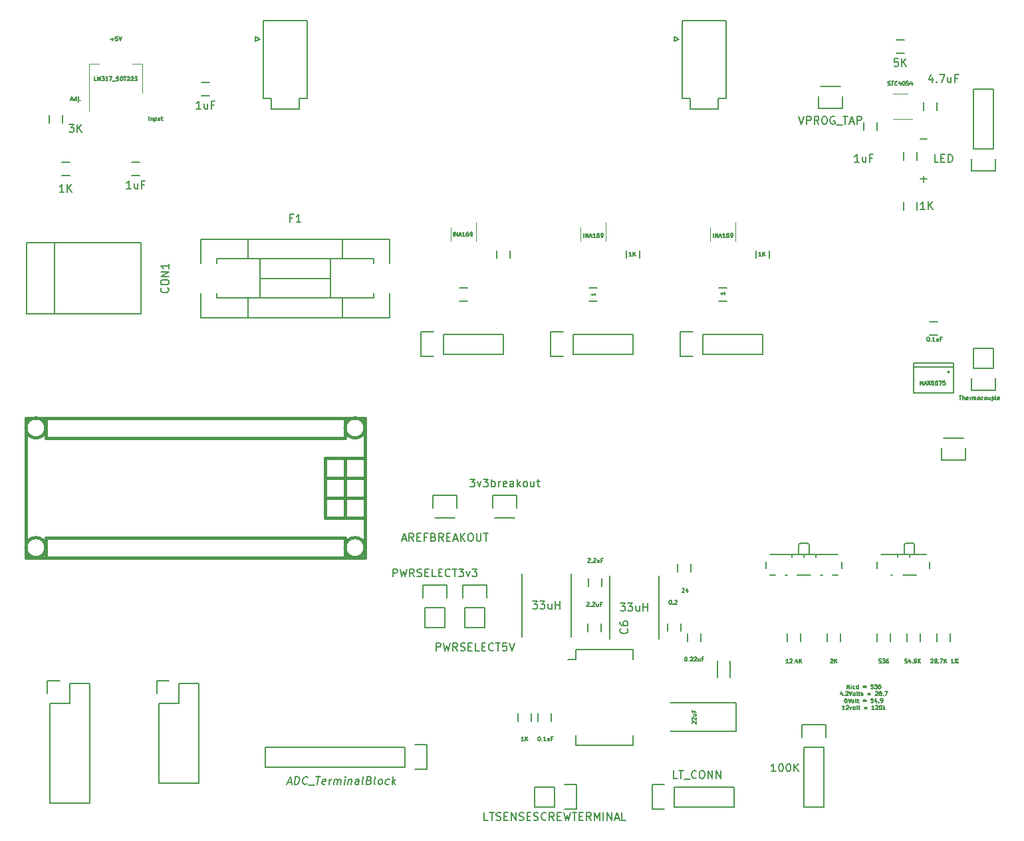
<source format=gto>
G04 #@! TF.GenerationSoftware,KiCad,Pcbnew,5.0.0-rc2*
G04 #@! TF.CreationDate,2019-04-21T21:26:54-04:00*
G04 #@! TF.ProjectId,batterystation,6261747465727973746174696F6E2E6B,rev?*
G04 #@! TF.SameCoordinates,Original*
G04 #@! TF.FileFunction,Legend,Top*
G04 #@! TF.FilePolarity,Positive*
%FSLAX46Y46*%
G04 Gerber Fmt 4.6, Leading zero omitted, Abs format (unit mm)*
G04 Created by KiCad (PCBNEW 5.0.0-rc2) date Sun Apr 21 21:26:54 2019*
%MOMM*%
%LPD*%
G01*
G04 APERTURE LIST*
%ADD10C,0.127000*%
%ADD11C,0.152400*%
%ADD12C,0.150000*%
%ADD13C,0.381000*%
%ADD14C,0.120000*%
G04 APERTURE END LIST*
D10*
X86795428Y-63729809D02*
X86795428Y-63221809D01*
X87037333Y-63391142D02*
X87037333Y-63729809D01*
X87037333Y-63439523D02*
X87061523Y-63415333D01*
X87109904Y-63391142D01*
X87182476Y-63391142D01*
X87230857Y-63415333D01*
X87255047Y-63463714D01*
X87255047Y-63729809D01*
X87496952Y-63391142D02*
X87496952Y-63899142D01*
X87496952Y-63415333D02*
X87545333Y-63391142D01*
X87642095Y-63391142D01*
X87690476Y-63415333D01*
X87714666Y-63439523D01*
X87738857Y-63487904D01*
X87738857Y-63633047D01*
X87714666Y-63681428D01*
X87690476Y-63705619D01*
X87642095Y-63729809D01*
X87545333Y-63729809D01*
X87496952Y-63705619D01*
X88174285Y-63391142D02*
X88174285Y-63729809D01*
X87956571Y-63391142D02*
X87956571Y-63657238D01*
X87980761Y-63705619D01*
X88029142Y-63729809D01*
X88101714Y-63729809D01*
X88150095Y-63705619D01*
X88174285Y-63681428D01*
X88343619Y-63391142D02*
X88537142Y-63391142D01*
X88416190Y-63221809D02*
X88416190Y-63657238D01*
X88440380Y-63705619D01*
X88488761Y-63729809D01*
X88537142Y-63729809D01*
X81896857Y-53376285D02*
X82283904Y-53376285D01*
X82090380Y-53569809D02*
X82090380Y-53182761D01*
X82767714Y-53061809D02*
X82525809Y-53061809D01*
X82501619Y-53303714D01*
X82525809Y-53279523D01*
X82574190Y-53255333D01*
X82695142Y-53255333D01*
X82743523Y-53279523D01*
X82767714Y-53303714D01*
X82791904Y-53352095D01*
X82791904Y-53473047D01*
X82767714Y-53521428D01*
X82743523Y-53545619D01*
X82695142Y-53569809D01*
X82574190Y-53569809D01*
X82525809Y-53545619D01*
X82501619Y-53521428D01*
X82937047Y-53061809D02*
X83106380Y-53569809D01*
X83275714Y-53061809D01*
X76877333Y-61044666D02*
X77119238Y-61044666D01*
X76828952Y-61189809D02*
X76998285Y-60681809D01*
X77167619Y-61189809D01*
X77554666Y-61189809D02*
X77554666Y-60681809D01*
X77554666Y-61165619D02*
X77506285Y-61189809D01*
X77409523Y-61189809D01*
X77361142Y-61165619D01*
X77336952Y-61141428D01*
X77312761Y-61093047D01*
X77312761Y-60947904D01*
X77336952Y-60899523D01*
X77361142Y-60875333D01*
X77409523Y-60851142D01*
X77506285Y-60851142D01*
X77554666Y-60875333D01*
X77796571Y-60851142D02*
X77796571Y-61286571D01*
X77772380Y-61334952D01*
X77724000Y-61359142D01*
X77699809Y-61359142D01*
X77796571Y-60681809D02*
X77772380Y-60706000D01*
X77796571Y-60730190D01*
X77820761Y-60706000D01*
X77796571Y-60681809D01*
X77796571Y-60730190D01*
X78038476Y-61141428D02*
X78062666Y-61165619D01*
X78038476Y-61189809D01*
X78014285Y-61165619D01*
X78038476Y-61141428D01*
X78038476Y-61189809D01*
D11*
X185032952Y-66112571D02*
X185807047Y-66112571D01*
X185032952Y-71192571D02*
X185807047Y-71192571D01*
X185419999Y-71579619D02*
X185419999Y-70805523D01*
D10*
X175659142Y-136056309D02*
X175659142Y-135548309D01*
X175949428Y-136056309D01*
X175949428Y-135548309D01*
X176191333Y-136056309D02*
X176191333Y-135717642D01*
X176191333Y-135548309D02*
X176167142Y-135572500D01*
X176191333Y-135596690D01*
X176215523Y-135572500D01*
X176191333Y-135548309D01*
X176191333Y-135596690D01*
X176650952Y-136032119D02*
X176602571Y-136056309D01*
X176505809Y-136056309D01*
X176457428Y-136032119D01*
X176433238Y-136007928D01*
X176409047Y-135959547D01*
X176409047Y-135814404D01*
X176433238Y-135766023D01*
X176457428Y-135741833D01*
X176505809Y-135717642D01*
X176602571Y-135717642D01*
X176650952Y-135741833D01*
X177086380Y-136056309D02*
X177086380Y-135548309D01*
X177086380Y-136032119D02*
X177038000Y-136056309D01*
X176941238Y-136056309D01*
X176892857Y-136032119D01*
X176868666Y-136007928D01*
X176844476Y-135959547D01*
X176844476Y-135814404D01*
X176868666Y-135766023D01*
X176892857Y-135741833D01*
X176941238Y-135717642D01*
X177038000Y-135717642D01*
X177086380Y-135741833D01*
X177715333Y-135790214D02*
X178102380Y-135790214D01*
X178102380Y-135935357D02*
X177715333Y-135935357D01*
X178973238Y-135548309D02*
X178731333Y-135548309D01*
X178707142Y-135790214D01*
X178731333Y-135766023D01*
X178779714Y-135741833D01*
X178900666Y-135741833D01*
X178949047Y-135766023D01*
X178973238Y-135790214D01*
X178997428Y-135838595D01*
X178997428Y-135959547D01*
X178973238Y-136007928D01*
X178949047Y-136032119D01*
X178900666Y-136056309D01*
X178779714Y-136056309D01*
X178731333Y-136032119D01*
X178707142Y-136007928D01*
X179166761Y-135548309D02*
X179481238Y-135548309D01*
X179311904Y-135741833D01*
X179384476Y-135741833D01*
X179432857Y-135766023D01*
X179457047Y-135790214D01*
X179481238Y-135838595D01*
X179481238Y-135959547D01*
X179457047Y-136007928D01*
X179432857Y-136032119D01*
X179384476Y-136056309D01*
X179239333Y-136056309D01*
X179190952Y-136032119D01*
X179166761Y-136007928D01*
X179916666Y-135548309D02*
X179819904Y-135548309D01*
X179771523Y-135572500D01*
X179747333Y-135596690D01*
X179698952Y-135669261D01*
X179674761Y-135766023D01*
X179674761Y-135959547D01*
X179698952Y-136007928D01*
X179723142Y-136032119D01*
X179771523Y-136056309D01*
X179868285Y-136056309D01*
X179916666Y-136032119D01*
X179940857Y-136007928D01*
X179965047Y-135959547D01*
X179965047Y-135838595D01*
X179940857Y-135790214D01*
X179916666Y-135766023D01*
X179868285Y-135741833D01*
X179771523Y-135741833D01*
X179723142Y-135766023D01*
X179698952Y-135790214D01*
X179674761Y-135838595D01*
X175054380Y-136606642D02*
X175054380Y-136945309D01*
X174933428Y-136413119D02*
X174812476Y-136775976D01*
X175126952Y-136775976D01*
X175320476Y-136896928D02*
X175344666Y-136921119D01*
X175320476Y-136945309D01*
X175296285Y-136921119D01*
X175320476Y-136896928D01*
X175320476Y-136945309D01*
X175538190Y-136485690D02*
X175562380Y-136461500D01*
X175610761Y-136437309D01*
X175731714Y-136437309D01*
X175780095Y-136461500D01*
X175804285Y-136485690D01*
X175828476Y-136534071D01*
X175828476Y-136582452D01*
X175804285Y-136655023D01*
X175514000Y-136945309D01*
X175828476Y-136945309D01*
X175973619Y-136437309D02*
X176142952Y-136945309D01*
X176312285Y-136437309D01*
X176554190Y-136945309D02*
X176505809Y-136921119D01*
X176481619Y-136896928D01*
X176457428Y-136848547D01*
X176457428Y-136703404D01*
X176481619Y-136655023D01*
X176505809Y-136630833D01*
X176554190Y-136606642D01*
X176626761Y-136606642D01*
X176675142Y-136630833D01*
X176699333Y-136655023D01*
X176723523Y-136703404D01*
X176723523Y-136848547D01*
X176699333Y-136896928D01*
X176675142Y-136921119D01*
X176626761Y-136945309D01*
X176554190Y-136945309D01*
X177013809Y-136945309D02*
X176965428Y-136921119D01*
X176941238Y-136872738D01*
X176941238Y-136437309D01*
X177134761Y-136606642D02*
X177328285Y-136606642D01*
X177207333Y-136437309D02*
X177207333Y-136872738D01*
X177231523Y-136921119D01*
X177279904Y-136945309D01*
X177328285Y-136945309D01*
X177473428Y-136921119D02*
X177521809Y-136945309D01*
X177618571Y-136945309D01*
X177666952Y-136921119D01*
X177691142Y-136872738D01*
X177691142Y-136848547D01*
X177666952Y-136800166D01*
X177618571Y-136775976D01*
X177546000Y-136775976D01*
X177497619Y-136751785D01*
X177473428Y-136703404D01*
X177473428Y-136679214D01*
X177497619Y-136630833D01*
X177546000Y-136606642D01*
X177618571Y-136606642D01*
X177666952Y-136630833D01*
X178295904Y-136679214D02*
X178682952Y-136679214D01*
X178682952Y-136824357D02*
X178295904Y-136824357D01*
X179287714Y-136485690D02*
X179311904Y-136461500D01*
X179360285Y-136437309D01*
X179481238Y-136437309D01*
X179529619Y-136461500D01*
X179553809Y-136485690D01*
X179578000Y-136534071D01*
X179578000Y-136582452D01*
X179553809Y-136655023D01*
X179263523Y-136945309D01*
X179578000Y-136945309D01*
X179868285Y-136655023D02*
X179819904Y-136630833D01*
X179795714Y-136606642D01*
X179771523Y-136558261D01*
X179771523Y-136534071D01*
X179795714Y-136485690D01*
X179819904Y-136461500D01*
X179868285Y-136437309D01*
X179965047Y-136437309D01*
X180013428Y-136461500D01*
X180037619Y-136485690D01*
X180061809Y-136534071D01*
X180061809Y-136558261D01*
X180037619Y-136606642D01*
X180013428Y-136630833D01*
X179965047Y-136655023D01*
X179868285Y-136655023D01*
X179819904Y-136679214D01*
X179795714Y-136703404D01*
X179771523Y-136751785D01*
X179771523Y-136848547D01*
X179795714Y-136896928D01*
X179819904Y-136921119D01*
X179868285Y-136945309D01*
X179965047Y-136945309D01*
X180013428Y-136921119D01*
X180037619Y-136896928D01*
X180061809Y-136848547D01*
X180061809Y-136751785D01*
X180037619Y-136703404D01*
X180013428Y-136679214D01*
X179965047Y-136655023D01*
X180279523Y-136896928D02*
X180303714Y-136921119D01*
X180279523Y-136945309D01*
X180255333Y-136921119D01*
X180279523Y-136896928D01*
X180279523Y-136945309D01*
X180473047Y-136437309D02*
X180811714Y-136437309D01*
X180594000Y-136945309D01*
X175622857Y-137326309D02*
X175526095Y-137326309D01*
X175477714Y-137350500D01*
X175453523Y-137374690D01*
X175405142Y-137447261D01*
X175380952Y-137544023D01*
X175380952Y-137737547D01*
X175405142Y-137785928D01*
X175429333Y-137810119D01*
X175477714Y-137834309D01*
X175574476Y-137834309D01*
X175622857Y-137810119D01*
X175647047Y-137785928D01*
X175671238Y-137737547D01*
X175671238Y-137616595D01*
X175647047Y-137568214D01*
X175622857Y-137544023D01*
X175574476Y-137519833D01*
X175477714Y-137519833D01*
X175429333Y-137544023D01*
X175405142Y-137568214D01*
X175380952Y-137616595D01*
X175816380Y-137326309D02*
X175985714Y-137834309D01*
X176155047Y-137326309D01*
X176396952Y-137834309D02*
X176348571Y-137810119D01*
X176324380Y-137785928D01*
X176300190Y-137737547D01*
X176300190Y-137592404D01*
X176324380Y-137544023D01*
X176348571Y-137519833D01*
X176396952Y-137495642D01*
X176469523Y-137495642D01*
X176517904Y-137519833D01*
X176542095Y-137544023D01*
X176566285Y-137592404D01*
X176566285Y-137737547D01*
X176542095Y-137785928D01*
X176517904Y-137810119D01*
X176469523Y-137834309D01*
X176396952Y-137834309D01*
X176856571Y-137834309D02*
X176808190Y-137810119D01*
X176784000Y-137761738D01*
X176784000Y-137326309D01*
X176977523Y-137495642D02*
X177171047Y-137495642D01*
X177050095Y-137326309D02*
X177050095Y-137761738D01*
X177074285Y-137810119D01*
X177122666Y-137834309D01*
X177171047Y-137834309D01*
X177727428Y-137568214D02*
X178114476Y-137568214D01*
X178114476Y-137713357D02*
X177727428Y-137713357D01*
X178985333Y-137326309D02*
X178743428Y-137326309D01*
X178719238Y-137568214D01*
X178743428Y-137544023D01*
X178791809Y-137519833D01*
X178912761Y-137519833D01*
X178961142Y-137544023D01*
X178985333Y-137568214D01*
X179009523Y-137616595D01*
X179009523Y-137737547D01*
X178985333Y-137785928D01*
X178961142Y-137810119D01*
X178912761Y-137834309D01*
X178791809Y-137834309D01*
X178743428Y-137810119D01*
X178719238Y-137785928D01*
X179444952Y-137495642D02*
X179444952Y-137834309D01*
X179324000Y-137302119D02*
X179203047Y-137664976D01*
X179517523Y-137664976D01*
X179711047Y-137785928D02*
X179735238Y-137810119D01*
X179711047Y-137834309D01*
X179686857Y-137810119D01*
X179711047Y-137785928D01*
X179711047Y-137834309D01*
X179977142Y-137834309D02*
X180073904Y-137834309D01*
X180122285Y-137810119D01*
X180146476Y-137785928D01*
X180194857Y-137713357D01*
X180219047Y-137616595D01*
X180219047Y-137423071D01*
X180194857Y-137374690D01*
X180170666Y-137350500D01*
X180122285Y-137326309D01*
X180025523Y-137326309D01*
X179977142Y-137350500D01*
X179952952Y-137374690D01*
X179928761Y-137423071D01*
X179928761Y-137544023D01*
X179952952Y-137592404D01*
X179977142Y-137616595D01*
X180025523Y-137640785D01*
X180122285Y-137640785D01*
X180170666Y-137616595D01*
X180194857Y-137592404D01*
X180219047Y-137544023D01*
X175368857Y-138723309D02*
X175078571Y-138723309D01*
X175223714Y-138723309D02*
X175223714Y-138215309D01*
X175175333Y-138287880D01*
X175126952Y-138336261D01*
X175078571Y-138360452D01*
X175562380Y-138263690D02*
X175586571Y-138239500D01*
X175634952Y-138215309D01*
X175755904Y-138215309D01*
X175804285Y-138239500D01*
X175828476Y-138263690D01*
X175852666Y-138312071D01*
X175852666Y-138360452D01*
X175828476Y-138433023D01*
X175538190Y-138723309D01*
X175852666Y-138723309D01*
X176021999Y-138384642D02*
X176142952Y-138723309D01*
X176263904Y-138384642D01*
X176529999Y-138723309D02*
X176481619Y-138699119D01*
X176457428Y-138674928D01*
X176433238Y-138626547D01*
X176433238Y-138481404D01*
X176457428Y-138433023D01*
X176481619Y-138408833D01*
X176529999Y-138384642D01*
X176602571Y-138384642D01*
X176650952Y-138408833D01*
X176675142Y-138433023D01*
X176699333Y-138481404D01*
X176699333Y-138626547D01*
X176675142Y-138674928D01*
X176650952Y-138699119D01*
X176602571Y-138723309D01*
X176529999Y-138723309D01*
X176989619Y-138723309D02*
X176941238Y-138699119D01*
X176917047Y-138650738D01*
X176917047Y-138215309D01*
X177110571Y-138384642D02*
X177304095Y-138384642D01*
X177183142Y-138215309D02*
X177183142Y-138650738D01*
X177207333Y-138699119D01*
X177255714Y-138723309D01*
X177304095Y-138723309D01*
X177860476Y-138457214D02*
X178247523Y-138457214D01*
X178247523Y-138602357D02*
X177860476Y-138602357D01*
X179142571Y-138723309D02*
X178852285Y-138723309D01*
X178997428Y-138723309D02*
X178997428Y-138215309D01*
X178949047Y-138287880D01*
X178900666Y-138336261D01*
X178852285Y-138360452D01*
X179336095Y-138263690D02*
X179360285Y-138239500D01*
X179408666Y-138215309D01*
X179529619Y-138215309D01*
X179577999Y-138239500D01*
X179602190Y-138263690D01*
X179626380Y-138312071D01*
X179626380Y-138360452D01*
X179602190Y-138433023D01*
X179311904Y-138723309D01*
X179626380Y-138723309D01*
X179940857Y-138215309D02*
X179989238Y-138215309D01*
X180037619Y-138239500D01*
X180061809Y-138263690D01*
X180085999Y-138312071D01*
X180110190Y-138408833D01*
X180110190Y-138529785D01*
X180085999Y-138626547D01*
X180061809Y-138674928D01*
X180037619Y-138699119D01*
X179989238Y-138723309D01*
X179940857Y-138723309D01*
X179892476Y-138699119D01*
X179868285Y-138674928D01*
X179844095Y-138626547D01*
X179819904Y-138529785D01*
X179819904Y-138408833D01*
X179844095Y-138312071D01*
X179868285Y-138263690D01*
X179892476Y-138239500D01*
X179940857Y-138215309D01*
X180327904Y-138723309D02*
X180327904Y-138215309D01*
X180376285Y-138529785D02*
X180521428Y-138723309D01*
X180521428Y-138384642D02*
X180327904Y-138578166D01*
D12*
G04 #@! TO.C,C1*
X177792000Y-63942700D02*
X177792000Y-64942700D01*
X179492000Y-64942700D02*
X179492000Y-63942700D01*
G04 #@! TO.C,C2*
X187112000Y-62402700D02*
X187112000Y-61402700D01*
X185412000Y-61402700D02*
X185412000Y-62402700D01*
G04 #@! TO.C,C3*
X186190000Y-91020000D02*
X187190000Y-91020000D01*
X187190000Y-89320000D02*
X186190000Y-89320000D01*
G04 #@! TO.C,C4*
X93480000Y-60540000D02*
X94480000Y-60540000D01*
X94480000Y-58840000D02*
X93480000Y-58840000D01*
G04 #@! TO.C,C5*
X84590000Y-70700000D02*
X85590000Y-70700000D01*
X85590000Y-69000000D02*
X84590000Y-69000000D01*
G04 #@! TO.C,C6*
X144360000Y-128770000D02*
X144360000Y-127770000D01*
X142660000Y-127770000D02*
X142660000Y-128770000D01*
G04 #@! TO.C,C7*
X144487000Y-123055000D02*
X144487000Y-122055000D01*
X142787000Y-122055000D02*
X142787000Y-123055000D01*
G04 #@! TO.C,C8*
X138010000Y-140200000D02*
X138010000Y-139200000D01*
X136310000Y-139200000D02*
X136310000Y-140200000D01*
G04 #@! TO.C,C9*
X157060000Y-130040000D02*
X157060000Y-129040000D01*
X155360000Y-129040000D02*
X155360000Y-130040000D01*
G04 #@! TO.C,C10*
X161510000Y-141550000D02*
X153210000Y-141550000D01*
X161510000Y-137850000D02*
X153210000Y-137850000D01*
X161510000Y-141550000D02*
X161510000Y-137850000D01*
G04 #@! TO.C,D1*
X182872000Y-67752700D02*
X182872000Y-68752700D01*
X184572000Y-68752700D02*
X184572000Y-67752700D01*
G04 #@! TO.C,D2*
X160820000Y-134650000D02*
X160820000Y-132550000D01*
X159220000Y-134650000D02*
X159220000Y-132550000D01*
G04 #@! TO.C,F1*
X99410520Y-81320640D02*
X99410520Y-78818740D01*
X99410520Y-88821260D02*
X99410520Y-86319360D01*
X111409480Y-88821260D02*
X111409480Y-86319360D01*
X111409480Y-78818740D02*
X111409480Y-81320640D01*
X100909120Y-83820000D02*
X109910880Y-83820000D01*
X100909120Y-81320640D02*
X100909120Y-86319360D01*
X109910880Y-81320640D02*
X109910880Y-86319360D01*
X115409980Y-81920080D02*
X115409980Y-81320640D01*
X95410020Y-85719920D02*
X95410020Y-86319360D01*
X95410020Y-86319360D02*
X115409980Y-86319360D01*
X115409980Y-86319360D02*
X115409980Y-85719920D01*
X115409980Y-81320640D02*
X95410020Y-81320640D01*
X95410020Y-81320640D02*
X95410020Y-81920080D01*
X117408960Y-81920080D02*
X117408960Y-78818740D01*
X93411040Y-85719920D02*
X93411040Y-88821260D01*
X93411040Y-88821260D02*
X117408960Y-88821260D01*
X117408960Y-88821260D02*
X117408960Y-85719920D01*
X117408960Y-78818740D02*
X93411040Y-78818740D01*
X93411040Y-78818740D02*
X93411040Y-81920080D01*
D13*
G04 #@! TO.C,J1*
X109220000Y-111760000D02*
X114300000Y-111760000D01*
X109220000Y-109220000D02*
X114300000Y-109220000D01*
X111760000Y-114300000D02*
X111760000Y-106680000D01*
X114300000Y-114300000D02*
X109220000Y-114300000D01*
X109220000Y-114300000D02*
X109220000Y-106680000D01*
X109220000Y-106680000D02*
X114300000Y-106680000D01*
X71120000Y-119380000D02*
X114300000Y-119380000D01*
X114300000Y-101600000D02*
X71120000Y-101600000D01*
X114300000Y-101600000D02*
X114300000Y-119380000D01*
X71120000Y-101600000D02*
X71120000Y-119380000D01*
X114300000Y-118110000D02*
G75*
G03X114300000Y-118110000I-1270000J0D01*
G01*
X114300000Y-102870000D02*
G75*
G03X114300000Y-102870000I-1270000J0D01*
G01*
X73660000Y-118110000D02*
G75*
G03X73660000Y-118110000I-1270000J0D01*
G01*
X73660000Y-102870000D02*
G75*
G03X73660000Y-102870000I-1270000J0D01*
G01*
X73660000Y-116840000D02*
X111760000Y-116840000D01*
X111760000Y-104140000D02*
X73660000Y-104140000D01*
X73660000Y-101600000D02*
X73660000Y-104140000D01*
X73660000Y-116840000D02*
X73660000Y-119380000D01*
X111760000Y-119380000D02*
X111760000Y-116840000D01*
X111760000Y-101600000D02*
X111760000Y-104140000D01*
D12*
G04 #@! TO.C,L1*
X134314000Y-121476000D02*
X134314000Y-129476000D01*
X140514000Y-121476000D02*
X140514000Y-129476000D01*
G04 #@! TO.C,L2*
X145490000Y-129730000D02*
X145490000Y-121730000D01*
X151690000Y-129730000D02*
X151690000Y-121730000D01*
G04 #@! TO.C,P1*
X119380000Y-146050000D02*
X101600000Y-146050000D01*
X101600000Y-146050000D02*
X101600000Y-143510000D01*
X101600000Y-143510000D02*
X119380000Y-143510000D01*
X122200000Y-146330000D02*
X120650000Y-146330000D01*
X119380000Y-146050000D02*
X119380000Y-143510000D01*
X120650000Y-143230000D02*
X122200000Y-143230000D01*
X122200000Y-143230000D02*
X122200000Y-146330000D01*
G04 #@! TO.C,P2*
X126010000Y-111480000D02*
X126010000Y-113030000D01*
X122910000Y-113030000D02*
X122910000Y-111480000D01*
X122910000Y-111480000D02*
X126010000Y-111480000D01*
X123190000Y-114300000D02*
X125730000Y-114300000D01*
G04 #@! TO.C,P3*
X130810000Y-114300000D02*
X133350000Y-114300000D01*
X130530000Y-111480000D02*
X133630000Y-111480000D01*
X130530000Y-113030000D02*
X130530000Y-111480000D01*
X133630000Y-111480000D02*
X133630000Y-113030000D01*
G04 #@! TO.C,P4*
X121445000Y-93744400D02*
X121445000Y-90644400D01*
X122995000Y-93744400D02*
X121445000Y-93744400D01*
X124265000Y-90924400D02*
X124265000Y-93464400D01*
X131885000Y-93464400D02*
X131885000Y-90924400D01*
X121445000Y-90644400D02*
X122995000Y-90644400D01*
X124265000Y-90924400D02*
X131885000Y-90924400D01*
X124265000Y-93464400D02*
X131885000Y-93464400D01*
G04 #@! TO.C,P5*
X140775000Y-93464400D02*
X148395000Y-93464400D01*
X140775000Y-90924400D02*
X148395000Y-90924400D01*
X137955000Y-90644400D02*
X139505000Y-90644400D01*
X148395000Y-93464400D02*
X148395000Y-90924400D01*
X140775000Y-90924400D02*
X140775000Y-93464400D01*
X139505000Y-93744400D02*
X137955000Y-93744400D01*
X137955000Y-93744400D02*
X137955000Y-90644400D01*
G04 #@! TO.C,P6*
X154465000Y-93744400D02*
X154465000Y-90644400D01*
X156015000Y-93744400D02*
X154465000Y-93744400D01*
X157285000Y-90924400D02*
X157285000Y-93464400D01*
X164905000Y-93464400D02*
X164905000Y-90924400D01*
X154465000Y-90644400D02*
X156015000Y-90644400D01*
X157285000Y-90924400D02*
X164905000Y-90924400D01*
X157285000Y-93464400D02*
X164905000Y-93464400D01*
G04 #@! TO.C,P7*
X194590000Y-70130000D02*
X191490000Y-70130000D01*
X194590000Y-68580000D02*
X194590000Y-70130000D01*
X191770000Y-67310000D02*
X194310000Y-67310000D01*
X194310000Y-59690000D02*
X191770000Y-59690000D01*
X191490000Y-70130000D02*
X191490000Y-68580000D01*
X191770000Y-67310000D02*
X191770000Y-59690000D01*
X194310000Y-67310000D02*
X194310000Y-59690000D01*
G04 #@! TO.C,P8*
X153670000Y-151130000D02*
X161290000Y-151130000D01*
X153670000Y-148590000D02*
X161290000Y-148590000D01*
X150850000Y-148310000D02*
X152400000Y-148310000D01*
X161290000Y-151130000D02*
X161290000Y-148590000D01*
X153670000Y-148590000D02*
X153670000Y-151130000D01*
X152400000Y-151410000D02*
X150850000Y-151410000D01*
X150850000Y-151410000D02*
X150850000Y-148310000D01*
G04 #@! TO.C,P9*
X174832000Y-59362700D02*
X172292000Y-59362700D01*
X175112000Y-62182700D02*
X172012000Y-62182700D01*
X175112000Y-60632700D02*
X175112000Y-62182700D01*
X172012000Y-62182700D02*
X172012000Y-60632700D01*
D14*
G04 #@! TO.C,P10*
X183352000Y-60292700D02*
X181552000Y-60292700D01*
X181552000Y-63512700D02*
X184002000Y-63512700D01*
D12*
G04 #@! TO.C,P11*
X188722000Y-95758000D02*
G75*
G03X188722000Y-95758000I-127000J0D01*
G01*
X189230000Y-95123000D02*
X184150000Y-95123000D01*
X189230000Y-98425000D02*
X184150000Y-98425000D01*
X189230000Y-94615000D02*
X184150000Y-94615000D01*
X189230000Y-94615000D02*
X189230000Y-98425000D01*
X184150000Y-94615000D02*
X184150000Y-98425000D01*
G04 #@! TO.C,P12*
X187680000Y-106960000D02*
X187680000Y-105410000D01*
X190780000Y-105410000D02*
X190780000Y-106960000D01*
X190780000Y-106960000D02*
X187680000Y-106960000D01*
X190500000Y-104140000D02*
X187960000Y-104140000D01*
G04 #@! TO.C,P13*
X124460000Y-125730000D02*
X124460000Y-128270000D01*
X124740000Y-122910000D02*
X124740000Y-124460000D01*
X124460000Y-125730000D02*
X121920000Y-125730000D01*
X121640000Y-124460000D02*
X121640000Y-122910000D01*
X121640000Y-122910000D02*
X124740000Y-122910000D01*
X121920000Y-125730000D02*
X121920000Y-128270000D01*
X121920000Y-128270000D02*
X124460000Y-128270000D01*
G04 #@! TO.C,P14*
X127000000Y-128270000D02*
X129540000Y-128270000D01*
X127000000Y-125730000D02*
X127000000Y-128270000D01*
X126720000Y-122910000D02*
X129820000Y-122910000D01*
X126720000Y-124460000D02*
X126720000Y-122910000D01*
X129540000Y-125730000D02*
X127000000Y-125730000D01*
X129820000Y-122910000D02*
X129820000Y-124460000D01*
X129540000Y-125730000D02*
X129540000Y-128270000D01*
G04 #@! TO.C,P15*
X93161900Y-135382000D02*
X93161900Y-148082000D01*
X93161900Y-148082000D02*
X88081900Y-148082000D01*
X88081900Y-148082000D02*
X88081900Y-137922000D01*
X93161900Y-135382000D02*
X90621900Y-135382000D01*
X89351900Y-135102000D02*
X87801900Y-135102000D01*
X90621900Y-135382000D02*
X90621900Y-137922000D01*
X90621900Y-137922000D02*
X88081900Y-137922000D01*
X87801900Y-135102000D02*
X87801900Y-136652000D01*
G04 #@! TO.C,P16*
X79221900Y-150622000D02*
X79221900Y-135382000D01*
X74141900Y-137922000D02*
X74141900Y-150622000D01*
X79221900Y-150622000D02*
X74141900Y-150622000D01*
X79221900Y-135382000D02*
X76681900Y-135382000D01*
X75411900Y-135102000D02*
X73861900Y-135102000D01*
X76681900Y-135382000D02*
X76681900Y-137922000D01*
X76681900Y-137922000D02*
X74141900Y-137922000D01*
X73861900Y-135102000D02*
X73861900Y-136652000D01*
G04 #@! TO.C,P17*
X100340000Y-53040000D02*
X100940000Y-53340000D01*
X100340000Y-53640000D02*
X100340000Y-53040000D01*
X100940000Y-53340000D02*
X100340000Y-53640000D01*
X105940000Y-62290000D02*
X104140000Y-62290000D01*
X105940000Y-60890000D02*
X105940000Y-62290000D01*
X106940000Y-60890000D02*
X105940000Y-60890000D01*
X106940000Y-50990000D02*
X106940000Y-60890000D01*
X104140000Y-50990000D02*
X106940000Y-50990000D01*
X102340000Y-62290000D02*
X104140000Y-62290000D01*
X102340000Y-60890000D02*
X102340000Y-62290000D01*
X101340000Y-60890000D02*
X102340000Y-60890000D01*
X101340000Y-50990000D02*
X101340000Y-60890000D01*
X104140000Y-50990000D02*
X101340000Y-50990000D01*
G04 #@! TO.C,P18*
X157480000Y-50990000D02*
X154680000Y-50990000D01*
X154680000Y-50990000D02*
X154680000Y-60890000D01*
X154680000Y-60890000D02*
X155680000Y-60890000D01*
X155680000Y-60890000D02*
X155680000Y-62290000D01*
X155680000Y-62290000D02*
X157480000Y-62290000D01*
X157480000Y-50990000D02*
X160280000Y-50990000D01*
X160280000Y-50990000D02*
X160280000Y-60890000D01*
X160280000Y-60890000D02*
X159280000Y-60890000D01*
X159280000Y-60890000D02*
X159280000Y-62290000D01*
X159280000Y-62290000D02*
X157480000Y-62290000D01*
X154280000Y-53340000D02*
X153680000Y-53640000D01*
X153680000Y-53640000D02*
X153680000Y-53040000D01*
X153680000Y-53040000D02*
X154280000Y-53340000D01*
G04 #@! TO.C,P19*
X141105000Y-131055000D02*
X141105000Y-132325000D01*
X148455000Y-131055000D02*
X148455000Y-132325000D01*
X148455000Y-143265000D02*
X148455000Y-141995000D01*
X141105000Y-143265000D02*
X141105000Y-141995000D01*
X141105000Y-131055000D02*
X148455000Y-131055000D01*
X141105000Y-143265000D02*
X148455000Y-143265000D01*
X141105000Y-132325000D02*
X140170000Y-132325000D01*
G04 #@! TO.C,P20*
X138430000Y-151130000D02*
X135890000Y-151130000D01*
X141250000Y-151410000D02*
X139700000Y-151410000D01*
X138430000Y-151130000D02*
X138430000Y-148590000D01*
X139700000Y-148310000D02*
X141250000Y-148310000D01*
X141250000Y-148310000D02*
X141250000Y-151410000D01*
X138430000Y-148590000D02*
X135890000Y-148590000D01*
X135890000Y-148590000D02*
X135890000Y-151130000D01*
G04 #@! TO.C,R1*
X182952000Y-53432700D02*
X181952000Y-53432700D01*
X181952000Y-55132700D02*
X182952000Y-55132700D01*
G04 #@! TO.C,R2*
X184572000Y-75102700D02*
X184572000Y-74102700D01*
X182872000Y-74102700D02*
X182872000Y-75102700D01*
G04 #@! TO.C,R3*
X75700000Y-70700000D02*
X76700000Y-70700000D01*
X76700000Y-69000000D02*
X75700000Y-69000000D01*
G04 #@! TO.C,R4*
X75780000Y-64000000D02*
X75780000Y-63000000D01*
X74080000Y-63000000D02*
X74080000Y-64000000D01*
G04 #@! TO.C,R5*
X179490000Y-129040000D02*
X179490000Y-130040000D01*
X181190000Y-130040000D02*
X181190000Y-129040000D01*
G04 #@! TO.C,R6*
X187110000Y-129040000D02*
X187110000Y-130040000D01*
X188810000Y-130040000D02*
X188810000Y-129040000D01*
G04 #@! TO.C,R7*
X185000000Y-130040000D02*
X185000000Y-129040000D01*
X183300000Y-129040000D02*
X183300000Y-130040000D01*
G04 #@! TO.C,R8*
X174840000Y-130040000D02*
X174840000Y-129040000D01*
X173140000Y-129040000D02*
X173140000Y-130040000D01*
G04 #@! TO.C,R9*
X170180000Y-143510000D02*
X170180000Y-151130000D01*
X172720000Y-143510000D02*
X172720000Y-151130000D01*
X173000000Y-140690000D02*
X173000000Y-142240000D01*
X170180000Y-151130000D02*
X172720000Y-151130000D01*
X172720000Y-143510000D02*
X170180000Y-143510000D01*
X169900000Y-142240000D02*
X169900000Y-140690000D01*
X169900000Y-140690000D02*
X173000000Y-140690000D01*
G04 #@! TO.C,R10*
X152820000Y-127750000D02*
X152820000Y-128750000D01*
X154520000Y-128750000D02*
X154520000Y-127750000D01*
G04 #@! TO.C,R11*
X155790000Y-121150000D02*
X155790000Y-120150000D01*
X154090000Y-120150000D02*
X154090000Y-121150000D01*
G04 #@! TO.C,R12*
X133770000Y-139200000D02*
X133770000Y-140200000D01*
X135470000Y-140200000D02*
X135470000Y-139200000D01*
G04 #@! TO.C,R13*
X168060000Y-129040000D02*
X168060000Y-130040000D01*
X169760000Y-130040000D02*
X169760000Y-129040000D01*
G04 #@! TO.C,R14*
X127305000Y-84994400D02*
X126305000Y-84994400D01*
X126305000Y-86694400D02*
X127305000Y-86694400D01*
G04 #@! TO.C,R15*
X131035000Y-80264400D02*
X131035000Y-81264400D01*
X132735000Y-81264400D02*
X132735000Y-80264400D01*
G04 #@! TO.C,R16*
X142815000Y-86694400D02*
X143815000Y-86694400D01*
X143815000Y-84994400D02*
X142815000Y-84994400D01*
G04 #@! TO.C,R17*
X149245000Y-81264400D02*
X149245000Y-80264400D01*
X147545000Y-80264400D02*
X147545000Y-81264400D01*
G04 #@! TO.C,R18*
X160325000Y-84994400D02*
X159325000Y-84994400D01*
X159325000Y-86694400D02*
X160325000Y-86694400D01*
G04 #@! TO.C,R19*
X165755000Y-81264400D02*
X165755000Y-80264400D01*
X164055000Y-80264400D02*
X164055000Y-81264400D01*
G04 #@! TO.C,SW1*
X182130000Y-119325000D02*
X182130000Y-119025000D01*
X183630000Y-119325000D02*
X183630000Y-119025000D01*
X181480000Y-121625000D02*
X181280000Y-121625000D01*
X184280000Y-117725000D02*
X184080000Y-117525000D01*
X182980000Y-117725000D02*
X183180000Y-117525000D01*
X184280000Y-119025000D02*
X184280000Y-117725000D01*
X184080000Y-117525000D02*
X183180000Y-117525000D01*
X182980000Y-117725000D02*
X182980000Y-119025000D01*
X185730000Y-119025000D02*
X180030000Y-119025000D01*
X184480000Y-121625000D02*
X182780000Y-121625000D01*
X186230000Y-120725000D02*
X186230000Y-119925000D01*
X179530000Y-119925000D02*
X179530000Y-120725000D01*
G04 #@! TO.C,SW2*
X171680000Y-119025000D02*
X171680000Y-119325000D01*
X168680000Y-119325000D02*
X168680000Y-119025000D01*
X170180000Y-119325000D02*
X170180000Y-119025000D01*
X174530000Y-121625000D02*
X173830000Y-121625000D01*
X166530000Y-121625000D02*
X165830000Y-121625000D01*
X172530000Y-121625000D02*
X172330000Y-121625000D01*
X168030000Y-121625000D02*
X167830000Y-121625000D01*
X170830000Y-117725000D02*
X170630000Y-117525000D01*
X169530000Y-117725000D02*
X169730000Y-117525000D01*
X170830000Y-119025000D02*
X170830000Y-117725000D01*
X169730000Y-117525000D02*
X170630000Y-117525000D01*
X169530000Y-117725000D02*
X169530000Y-119025000D01*
X174530000Y-119025000D02*
X165830000Y-119025000D01*
X171030000Y-121625000D02*
X169330000Y-121625000D01*
X175030000Y-120725000D02*
X175030000Y-119925000D01*
X165330000Y-119925000D02*
X165330000Y-120725000D01*
G04 #@! TO.C,TC1*
X194310000Y-92710000D02*
X191770000Y-92710000D01*
X194310000Y-95250000D02*
X194310000Y-92710000D01*
X194590000Y-98070000D02*
X191490000Y-98070000D01*
X194590000Y-96520000D02*
X194590000Y-98070000D01*
X191770000Y-95250000D02*
X194310000Y-95250000D01*
X191490000Y-98070000D02*
X191490000Y-96520000D01*
X191770000Y-95250000D02*
X191770000Y-92710000D01*
D14*
G04 #@! TO.C,U2*
X85960000Y-56510000D02*
X84700000Y-56510000D01*
X79140000Y-56510000D02*
X80400000Y-56510000D01*
X85960000Y-60270000D02*
X85960000Y-56510000D01*
X79140000Y-62520000D02*
X79140000Y-56510000D01*
G04 #@! TO.C,U3*
X128415000Y-79124400D02*
X128415000Y-76674400D01*
X125195000Y-77324400D02*
X125195000Y-79124400D01*
G04 #@! TO.C,U4*
X141705000Y-77324400D02*
X141705000Y-79124400D01*
X144925000Y-79124400D02*
X144925000Y-76674400D01*
G04 #@! TO.C,U5*
X161435000Y-79124400D02*
X161435000Y-76674400D01*
X158215000Y-77324400D02*
X158215000Y-79124400D01*
D12*
G04 #@! TO.C,CON1*
X74739500Y-79319120D02*
X74739500Y-88320880D01*
X71239380Y-79319120D02*
X71239380Y-88320880D01*
X71239380Y-88320880D02*
X85740240Y-88320880D01*
X85740240Y-88320880D02*
X85740240Y-79319120D01*
X85740240Y-79319120D02*
X71239380Y-79319120D01*
G04 #@! TO.C,C1*
X177205079Y-69032337D02*
X176633651Y-69032337D01*
X176919365Y-69032337D02*
X176919365Y-68032337D01*
X176824127Y-68175195D01*
X176728889Y-68270433D01*
X176633651Y-68318052D01*
X178062222Y-68365671D02*
X178062222Y-69032337D01*
X177633651Y-68365671D02*
X177633651Y-68889480D01*
X177681270Y-68984718D01*
X177776508Y-69032337D01*
X177919365Y-69032337D01*
X178014603Y-68984718D01*
X178062222Y-68937099D01*
X178871746Y-68508528D02*
X178538413Y-68508528D01*
X178538413Y-69032337D02*
X178538413Y-68032337D01*
X179014603Y-68032337D01*
G04 #@! TO.C,C2*
X186555556Y-58205671D02*
X186555556Y-58872337D01*
X186317460Y-57824718D02*
X186079365Y-58539004D01*
X186698413Y-58539004D01*
X187079365Y-58777099D02*
X187126984Y-58824718D01*
X187079365Y-58872337D01*
X187031746Y-58824718D01*
X187079365Y-58777099D01*
X187079365Y-58872337D01*
X187460318Y-57872337D02*
X188126984Y-57872337D01*
X187698413Y-58872337D01*
X188936508Y-58205671D02*
X188936508Y-58872337D01*
X188507937Y-58205671D02*
X188507937Y-58729480D01*
X188555556Y-58824718D01*
X188650794Y-58872337D01*
X188793651Y-58872337D01*
X188888889Y-58824718D01*
X188936508Y-58777099D01*
X189746032Y-58348528D02*
X189412698Y-58348528D01*
X189412698Y-58872337D02*
X189412698Y-57872337D01*
X189888889Y-57872337D01*
G04 #@! TO.C,C3*
D10*
X185982428Y-91288809D02*
X186030809Y-91288809D01*
X186079190Y-91313000D01*
X186103380Y-91337190D01*
X186127571Y-91385571D01*
X186151761Y-91482333D01*
X186151761Y-91603285D01*
X186127571Y-91700047D01*
X186103380Y-91748428D01*
X186079190Y-91772619D01*
X186030809Y-91796809D01*
X185982428Y-91796809D01*
X185934047Y-91772619D01*
X185909857Y-91748428D01*
X185885666Y-91700047D01*
X185861476Y-91603285D01*
X185861476Y-91482333D01*
X185885666Y-91385571D01*
X185909857Y-91337190D01*
X185934047Y-91313000D01*
X185982428Y-91288809D01*
X186369476Y-91748428D02*
X186393666Y-91772619D01*
X186369476Y-91796809D01*
X186345285Y-91772619D01*
X186369476Y-91748428D01*
X186369476Y-91796809D01*
X186877476Y-91796809D02*
X186587190Y-91796809D01*
X186732333Y-91796809D02*
X186732333Y-91288809D01*
X186683952Y-91361380D01*
X186635571Y-91409761D01*
X186587190Y-91433952D01*
X187312904Y-91458142D02*
X187312904Y-91796809D01*
X187095190Y-91458142D02*
X187095190Y-91724238D01*
X187119380Y-91772619D01*
X187167761Y-91796809D01*
X187240333Y-91796809D01*
X187288714Y-91772619D01*
X187312904Y-91748428D01*
X187724142Y-91530714D02*
X187554809Y-91530714D01*
X187554809Y-91796809D02*
X187554809Y-91288809D01*
X187796714Y-91288809D01*
G04 #@! TO.C,C4*
D12*
X93384761Y-62242380D02*
X92813333Y-62242380D01*
X93099047Y-62242380D02*
X93099047Y-61242380D01*
X93003809Y-61385238D01*
X92908571Y-61480476D01*
X92813333Y-61528095D01*
X94241904Y-61575714D02*
X94241904Y-62242380D01*
X93813333Y-61575714D02*
X93813333Y-62099523D01*
X93860952Y-62194761D01*
X93956190Y-62242380D01*
X94099047Y-62242380D01*
X94194285Y-62194761D01*
X94241904Y-62147142D01*
X95051428Y-61718571D02*
X94718095Y-61718571D01*
X94718095Y-62242380D02*
X94718095Y-61242380D01*
X95194285Y-61242380D01*
G04 #@! TO.C,C5*
X84494761Y-72402380D02*
X83923333Y-72402380D01*
X84209047Y-72402380D02*
X84209047Y-71402380D01*
X84113809Y-71545238D01*
X84018571Y-71640476D01*
X83923333Y-71688095D01*
X85351904Y-71735714D02*
X85351904Y-72402380D01*
X84923333Y-71735714D02*
X84923333Y-72259523D01*
X84970952Y-72354761D01*
X85066190Y-72402380D01*
X85209047Y-72402380D01*
X85304285Y-72354761D01*
X85351904Y-72307142D01*
X86161428Y-71878571D02*
X85828095Y-71878571D01*
X85828095Y-72402380D02*
X85828095Y-71402380D01*
X86304285Y-71402380D01*
G04 #@! TO.C,C6*
X147677142Y-128436666D02*
X147724761Y-128484285D01*
X147772380Y-128627142D01*
X147772380Y-128722380D01*
X147724761Y-128865238D01*
X147629523Y-128960476D01*
X147534285Y-129008095D01*
X147343809Y-129055714D01*
X147200952Y-129055714D01*
X147010476Y-129008095D01*
X146915238Y-128960476D01*
X146819999Y-128865238D01*
X146772380Y-128722380D01*
X146772380Y-128627142D01*
X146819999Y-128484285D01*
X146867619Y-128436666D01*
X146772380Y-127579523D02*
X146772380Y-127770000D01*
X146820000Y-127865238D01*
X146867619Y-127912857D01*
X147010476Y-128008095D01*
X147200952Y-128055714D01*
X147581904Y-128055714D01*
X147677142Y-128008095D01*
X147724761Y-127960476D01*
X147772380Y-127865238D01*
X147772380Y-127674761D01*
X147724761Y-127579523D01*
X147677142Y-127531904D01*
X147581904Y-127484285D01*
X147343809Y-127484285D01*
X147248571Y-127531904D01*
X147200952Y-127579523D01*
X147153333Y-127674761D01*
X147153333Y-127865238D01*
X147200952Y-127960476D01*
X147248571Y-128008095D01*
X147343809Y-128055714D01*
D10*
X142554476Y-125119190D02*
X142578666Y-125095000D01*
X142627047Y-125070809D01*
X142748000Y-125070809D01*
X142796380Y-125095000D01*
X142820571Y-125119190D01*
X142844761Y-125167571D01*
X142844761Y-125215952D01*
X142820571Y-125288523D01*
X142530285Y-125578809D01*
X142844761Y-125578809D01*
X143062476Y-125530428D02*
X143086666Y-125554619D01*
X143062476Y-125578809D01*
X143038285Y-125554619D01*
X143062476Y-125530428D01*
X143062476Y-125578809D01*
X143280190Y-125119190D02*
X143304380Y-125095000D01*
X143352761Y-125070809D01*
X143473714Y-125070809D01*
X143522095Y-125095000D01*
X143546285Y-125119190D01*
X143570476Y-125167571D01*
X143570476Y-125215952D01*
X143546285Y-125288523D01*
X143256000Y-125578809D01*
X143570476Y-125578809D01*
X144005904Y-125240142D02*
X144005904Y-125578809D01*
X143788190Y-125240142D02*
X143788190Y-125506238D01*
X143812380Y-125554619D01*
X143860761Y-125578809D01*
X143933333Y-125578809D01*
X143981714Y-125554619D01*
X144005904Y-125530428D01*
X144417142Y-125312714D02*
X144247809Y-125312714D01*
X144247809Y-125578809D02*
X144247809Y-125070809D01*
X144489714Y-125070809D01*
G04 #@! TO.C,C7*
X142681476Y-119531190D02*
X142705666Y-119507000D01*
X142754047Y-119482809D01*
X142875000Y-119482809D01*
X142923380Y-119507000D01*
X142947571Y-119531190D01*
X142971761Y-119579571D01*
X142971761Y-119627952D01*
X142947571Y-119700523D01*
X142657285Y-119990809D01*
X142971761Y-119990809D01*
X143189476Y-119942428D02*
X143213666Y-119966619D01*
X143189476Y-119990809D01*
X143165285Y-119966619D01*
X143189476Y-119942428D01*
X143189476Y-119990809D01*
X143407190Y-119531190D02*
X143431380Y-119507000D01*
X143479761Y-119482809D01*
X143600714Y-119482809D01*
X143649095Y-119507000D01*
X143673285Y-119531190D01*
X143697476Y-119579571D01*
X143697476Y-119627952D01*
X143673285Y-119700523D01*
X143383000Y-119990809D01*
X143697476Y-119990809D01*
X144132904Y-119652142D02*
X144132904Y-119990809D01*
X143915190Y-119652142D02*
X143915190Y-119918238D01*
X143939380Y-119966619D01*
X143987761Y-119990809D01*
X144060333Y-119990809D01*
X144108714Y-119966619D01*
X144132904Y-119942428D01*
X144544142Y-119724714D02*
X144374809Y-119724714D01*
X144374809Y-119990809D02*
X144374809Y-119482809D01*
X144616714Y-119482809D01*
G04 #@! TO.C,C8*
X136452428Y-142215809D02*
X136500809Y-142215809D01*
X136549190Y-142240000D01*
X136573380Y-142264190D01*
X136597571Y-142312571D01*
X136621761Y-142409333D01*
X136621761Y-142530285D01*
X136597571Y-142627047D01*
X136573380Y-142675428D01*
X136549190Y-142699619D01*
X136500809Y-142723809D01*
X136452428Y-142723809D01*
X136404047Y-142699619D01*
X136379857Y-142675428D01*
X136355666Y-142627047D01*
X136331476Y-142530285D01*
X136331476Y-142409333D01*
X136355666Y-142312571D01*
X136379857Y-142264190D01*
X136404047Y-142240000D01*
X136452428Y-142215809D01*
X136839476Y-142675428D02*
X136863666Y-142699619D01*
X136839476Y-142723809D01*
X136815285Y-142699619D01*
X136839476Y-142675428D01*
X136839476Y-142723809D01*
X137347476Y-142723809D02*
X137057190Y-142723809D01*
X137202333Y-142723809D02*
X137202333Y-142215809D01*
X137153952Y-142288380D01*
X137105571Y-142336761D01*
X137057190Y-142360952D01*
X137782904Y-142385142D02*
X137782904Y-142723809D01*
X137565190Y-142385142D02*
X137565190Y-142651238D01*
X137589380Y-142699619D01*
X137637761Y-142723809D01*
X137710333Y-142723809D01*
X137758714Y-142699619D01*
X137782904Y-142675428D01*
X138194142Y-142457714D02*
X138024809Y-142457714D01*
X138024809Y-142723809D02*
X138024809Y-142215809D01*
X138266714Y-142215809D01*
G04 #@! TO.C,C9*
X155133523Y-132055809D02*
X155181904Y-132055809D01*
X155230285Y-132080000D01*
X155254476Y-132104190D01*
X155278666Y-132152571D01*
X155302857Y-132249333D01*
X155302857Y-132370285D01*
X155278666Y-132467047D01*
X155254476Y-132515428D01*
X155230285Y-132539619D01*
X155181904Y-132563809D01*
X155133523Y-132563809D01*
X155085142Y-132539619D01*
X155060952Y-132515428D01*
X155036761Y-132467047D01*
X155012571Y-132370285D01*
X155012571Y-132249333D01*
X155036761Y-132152571D01*
X155060952Y-132104190D01*
X155085142Y-132080000D01*
X155133523Y-132055809D01*
X155520571Y-132515428D02*
X155544761Y-132539619D01*
X155520571Y-132563809D01*
X155496380Y-132539619D01*
X155520571Y-132515428D01*
X155520571Y-132563809D01*
X155738285Y-132104190D02*
X155762476Y-132080000D01*
X155810857Y-132055809D01*
X155931809Y-132055809D01*
X155980190Y-132080000D01*
X156004380Y-132104190D01*
X156028571Y-132152571D01*
X156028571Y-132200952D01*
X156004380Y-132273523D01*
X155714095Y-132563809D01*
X156028571Y-132563809D01*
X156222095Y-132104190D02*
X156246285Y-132080000D01*
X156294666Y-132055809D01*
X156415619Y-132055809D01*
X156463999Y-132080000D01*
X156488190Y-132104190D01*
X156512380Y-132152571D01*
X156512380Y-132200952D01*
X156488190Y-132273523D01*
X156197904Y-132563809D01*
X156512380Y-132563809D01*
X156947809Y-132225142D02*
X156947809Y-132563809D01*
X156730095Y-132225142D02*
X156730095Y-132491238D01*
X156754285Y-132539619D01*
X156802666Y-132563809D01*
X156875238Y-132563809D01*
X156923619Y-132539619D01*
X156947809Y-132515428D01*
X157359047Y-132297714D02*
X157189714Y-132297714D01*
X157189714Y-132563809D02*
X157189714Y-132055809D01*
X157431619Y-132055809D01*
G04 #@! TO.C,C10*
X155980190Y-140534571D02*
X155955999Y-140510380D01*
X155931809Y-140462000D01*
X155931809Y-140341047D01*
X155955999Y-140292666D01*
X155980190Y-140268476D01*
X156028571Y-140244285D01*
X156076952Y-140244285D01*
X156149523Y-140268476D01*
X156439809Y-140558761D01*
X156439809Y-140244285D01*
X155980190Y-140050761D02*
X155955999Y-140026571D01*
X155931809Y-139978190D01*
X155931809Y-139857238D01*
X155956000Y-139808857D01*
X155980190Y-139784666D01*
X156028571Y-139760476D01*
X156076952Y-139760476D01*
X156149523Y-139784666D01*
X156439809Y-140074952D01*
X156439809Y-139760476D01*
X156101142Y-139325047D02*
X156439809Y-139325047D01*
X156101142Y-139542761D02*
X156367238Y-139542761D01*
X156415619Y-139518571D01*
X156439809Y-139470190D01*
X156439809Y-139397619D01*
X156415619Y-139349238D01*
X156391428Y-139325047D01*
X156173714Y-138913809D02*
X156173714Y-139083142D01*
X156439809Y-139083142D02*
X155931809Y-139083142D01*
X155931809Y-138841238D01*
G04 #@! TO.C,D1*
D12*
X187317460Y-69032337D02*
X186841270Y-69032337D01*
X186841270Y-68032337D01*
X187650794Y-68508528D02*
X187984127Y-68508528D01*
X188126984Y-69032337D02*
X187650794Y-69032337D01*
X187650794Y-68032337D01*
X188126984Y-68032337D01*
X188555556Y-69032337D02*
X188555556Y-68032337D01*
X188793651Y-68032337D01*
X188936508Y-68079957D01*
X189031746Y-68175195D01*
X189079365Y-68270433D01*
X189126984Y-68460909D01*
X189126984Y-68603766D01*
X189079365Y-68794242D01*
X189031746Y-68889480D01*
X188936508Y-68984718D01*
X188793651Y-69032337D01*
X188555556Y-69032337D01*
G04 #@! TO.C,F1*
X105076666Y-76128571D02*
X104743333Y-76128571D01*
X104743333Y-76652380D02*
X104743333Y-75652380D01*
X105219523Y-75652380D01*
X106124285Y-76652380D02*
X105552857Y-76652380D01*
X105838571Y-76652380D02*
X105838571Y-75652380D01*
X105743333Y-75795238D01*
X105648095Y-75890476D01*
X105552857Y-75938095D01*
G04 #@! TO.C,L1*
X135628285Y-124928380D02*
X136247333Y-124928380D01*
X135913999Y-125309333D01*
X136056857Y-125309333D01*
X136152095Y-125356952D01*
X136199714Y-125404571D01*
X136247333Y-125499809D01*
X136247333Y-125737904D01*
X136199714Y-125833142D01*
X136152095Y-125880761D01*
X136056857Y-125928380D01*
X135771142Y-125928380D01*
X135675904Y-125880761D01*
X135628285Y-125833142D01*
X136580666Y-124928380D02*
X137199714Y-124928380D01*
X136866380Y-125309333D01*
X137009238Y-125309333D01*
X137104476Y-125356952D01*
X137152095Y-125404571D01*
X137199714Y-125499809D01*
X137199714Y-125737904D01*
X137152095Y-125833142D01*
X137104476Y-125880761D01*
X137009238Y-125928380D01*
X136723523Y-125928380D01*
X136628285Y-125880761D01*
X136580666Y-125833142D01*
X138056857Y-125261714D02*
X138056857Y-125928380D01*
X137628285Y-125261714D02*
X137628285Y-125785523D01*
X137675904Y-125880761D01*
X137771142Y-125928380D01*
X137913999Y-125928380D01*
X138009238Y-125880761D01*
X138056857Y-125833142D01*
X138533047Y-125928380D02*
X138533047Y-124928380D01*
X138533047Y-125404571D02*
X139104476Y-125404571D01*
X139104476Y-125928380D02*
X139104476Y-124928380D01*
G04 #@! TO.C,L2*
X146804285Y-125182380D02*
X147423333Y-125182380D01*
X147089999Y-125563333D01*
X147232857Y-125563333D01*
X147328095Y-125610952D01*
X147375714Y-125658571D01*
X147423333Y-125753809D01*
X147423333Y-125991904D01*
X147375714Y-126087142D01*
X147328095Y-126134761D01*
X147232857Y-126182380D01*
X146947142Y-126182380D01*
X146851904Y-126134761D01*
X146804285Y-126087142D01*
X147756666Y-125182380D02*
X148375714Y-125182380D01*
X148042380Y-125563333D01*
X148185238Y-125563333D01*
X148280476Y-125610952D01*
X148328095Y-125658571D01*
X148375714Y-125753809D01*
X148375714Y-125991904D01*
X148328095Y-126087142D01*
X148280476Y-126134761D01*
X148185238Y-126182380D01*
X147899523Y-126182380D01*
X147804285Y-126134761D01*
X147756666Y-126087142D01*
X149232857Y-125515714D02*
X149232857Y-126182380D01*
X148804285Y-125515714D02*
X148804285Y-126039523D01*
X148851904Y-126134761D01*
X148947142Y-126182380D01*
X149089999Y-126182380D01*
X149185238Y-126134761D01*
X149232857Y-126087142D01*
X149709047Y-126182380D02*
X149709047Y-125182380D01*
X149709047Y-125658571D02*
X150280476Y-125658571D01*
X150280476Y-126182380D02*
X150280476Y-125182380D01*
G04 #@! TO.C,P1*
X104457586Y-147994666D02*
X104933776Y-147994666D01*
X104326633Y-148280380D02*
X104784967Y-147280380D01*
X104993300Y-148280380D01*
X105326633Y-148280380D02*
X105451633Y-147280380D01*
X105689729Y-147280380D01*
X105826633Y-147328000D01*
X105909967Y-147423238D01*
X105945681Y-147518476D01*
X105969491Y-147708952D01*
X105951633Y-147851809D01*
X105880205Y-148042285D01*
X105820681Y-148137523D01*
X105713538Y-148232761D01*
X105564729Y-148280380D01*
X105326633Y-148280380D01*
X106909967Y-148185142D02*
X106856395Y-148232761D01*
X106707586Y-148280380D01*
X106612348Y-148280380D01*
X106475443Y-148232761D01*
X106392110Y-148137523D01*
X106356395Y-148042285D01*
X106332586Y-147851809D01*
X106350443Y-147708952D01*
X106421872Y-147518476D01*
X106481395Y-147423238D01*
X106588538Y-147328000D01*
X106737348Y-147280380D01*
X106832586Y-147280380D01*
X106969491Y-147328000D01*
X107011157Y-147375619D01*
X107076633Y-148375619D02*
X107838538Y-148375619D01*
X108070681Y-147280380D02*
X108642110Y-147280380D01*
X108231395Y-148280380D02*
X108356395Y-147280380D01*
X109237348Y-148232761D02*
X109136157Y-148280380D01*
X108945681Y-148280380D01*
X108856395Y-148232761D01*
X108820681Y-148137523D01*
X108868300Y-147756571D01*
X108927824Y-147661333D01*
X109029014Y-147613714D01*
X109219491Y-147613714D01*
X109308776Y-147661333D01*
X109344491Y-147756571D01*
X109332586Y-147851809D01*
X108844491Y-147947047D01*
X109707586Y-148280380D02*
X109790919Y-147613714D01*
X109767110Y-147804190D02*
X109826633Y-147708952D01*
X109880205Y-147661333D01*
X109981395Y-147613714D01*
X110076633Y-147613714D01*
X110326633Y-148280380D02*
X110409967Y-147613714D01*
X110398062Y-147708952D02*
X110451633Y-147661333D01*
X110552824Y-147613714D01*
X110695681Y-147613714D01*
X110784967Y-147661333D01*
X110820681Y-147756571D01*
X110755205Y-148280380D01*
X110820681Y-147756571D02*
X110880205Y-147661333D01*
X110981395Y-147613714D01*
X111124252Y-147613714D01*
X111213538Y-147661333D01*
X111249252Y-147756571D01*
X111183776Y-148280380D01*
X111659967Y-148280380D02*
X111743300Y-147613714D01*
X111784967Y-147280380D02*
X111731395Y-147328000D01*
X111773062Y-147375619D01*
X111826633Y-147328000D01*
X111784967Y-147280380D01*
X111773062Y-147375619D01*
X112219491Y-147613714D02*
X112136157Y-148280380D01*
X112207586Y-147708952D02*
X112261157Y-147661333D01*
X112362348Y-147613714D01*
X112505205Y-147613714D01*
X112594491Y-147661333D01*
X112630205Y-147756571D01*
X112564729Y-148280380D01*
X113469491Y-148280380D02*
X113534967Y-147756571D01*
X113499252Y-147661333D01*
X113409967Y-147613714D01*
X113219491Y-147613714D01*
X113118300Y-147661333D01*
X113475443Y-148232761D02*
X113374252Y-148280380D01*
X113136157Y-148280380D01*
X113046872Y-148232761D01*
X113011157Y-148137523D01*
X113023062Y-148042285D01*
X113082586Y-147947047D01*
X113183776Y-147899428D01*
X113421872Y-147899428D01*
X113523062Y-147851809D01*
X114088538Y-148280380D02*
X113999252Y-148232761D01*
X113963538Y-148137523D01*
X114070681Y-147280380D01*
X114868300Y-147756571D02*
X115005205Y-147804190D01*
X115046872Y-147851809D01*
X115082586Y-147947047D01*
X115064729Y-148089904D01*
X115005205Y-148185142D01*
X114951633Y-148232761D01*
X114850443Y-148280380D01*
X114469491Y-148280380D01*
X114594491Y-147280380D01*
X114927824Y-147280380D01*
X115017110Y-147328000D01*
X115058776Y-147375619D01*
X115094491Y-147470857D01*
X115082586Y-147566095D01*
X115023062Y-147661333D01*
X114969491Y-147708952D01*
X114868300Y-147756571D01*
X114534967Y-147756571D01*
X115612348Y-148280380D02*
X115523062Y-148232761D01*
X115487348Y-148137523D01*
X115594491Y-147280380D01*
X116136157Y-148280380D02*
X116046872Y-148232761D01*
X116005205Y-148185142D01*
X115969491Y-148089904D01*
X116005205Y-147804190D01*
X116064729Y-147708952D01*
X116118300Y-147661333D01*
X116219491Y-147613714D01*
X116362348Y-147613714D01*
X116451633Y-147661333D01*
X116493300Y-147708952D01*
X116529014Y-147804190D01*
X116493300Y-148089904D01*
X116433776Y-148185142D01*
X116380205Y-148232761D01*
X116279014Y-148280380D01*
X116136157Y-148280380D01*
X117332586Y-148232761D02*
X117231395Y-148280380D01*
X117040919Y-148280380D01*
X116951633Y-148232761D01*
X116909967Y-148185142D01*
X116874252Y-148089904D01*
X116909967Y-147804190D01*
X116969491Y-147708952D01*
X117023062Y-147661333D01*
X117124252Y-147613714D01*
X117314729Y-147613714D01*
X117404014Y-147661333D01*
X117755205Y-148280380D02*
X117880205Y-147280380D01*
X117898062Y-147899428D02*
X118136157Y-148280380D01*
X118219491Y-147613714D02*
X117790919Y-147994666D01*
G04 #@! TO.C,P2*
X119031428Y-117006666D02*
X119507619Y-117006666D01*
X118936190Y-117292380D02*
X119269523Y-116292380D01*
X119602857Y-117292380D01*
X120507619Y-117292380D02*
X120174285Y-116816190D01*
X119936190Y-117292380D02*
X119936190Y-116292380D01*
X120317142Y-116292380D01*
X120412380Y-116340000D01*
X120460000Y-116387619D01*
X120507619Y-116482857D01*
X120507619Y-116625714D01*
X120460000Y-116720952D01*
X120412380Y-116768571D01*
X120317142Y-116816190D01*
X119936190Y-116816190D01*
X120936190Y-116768571D02*
X121269523Y-116768571D01*
X121412380Y-117292380D02*
X120936190Y-117292380D01*
X120936190Y-116292380D01*
X121412380Y-116292380D01*
X122174285Y-116768571D02*
X121840952Y-116768571D01*
X121840952Y-117292380D02*
X121840952Y-116292380D01*
X122317142Y-116292380D01*
X123031428Y-116768571D02*
X123174285Y-116816190D01*
X123221904Y-116863809D01*
X123269523Y-116959047D01*
X123269523Y-117101904D01*
X123221904Y-117197142D01*
X123174285Y-117244761D01*
X123079047Y-117292380D01*
X122698095Y-117292380D01*
X122698095Y-116292380D01*
X123031428Y-116292380D01*
X123126666Y-116340000D01*
X123174285Y-116387619D01*
X123221904Y-116482857D01*
X123221904Y-116578095D01*
X123174285Y-116673333D01*
X123126666Y-116720952D01*
X123031428Y-116768571D01*
X122698095Y-116768571D01*
X124269523Y-117292380D02*
X123936190Y-116816190D01*
X123698095Y-117292380D02*
X123698095Y-116292380D01*
X124079047Y-116292380D01*
X124174285Y-116340000D01*
X124221904Y-116387619D01*
X124269523Y-116482857D01*
X124269523Y-116625714D01*
X124221904Y-116720952D01*
X124174285Y-116768571D01*
X124079047Y-116816190D01*
X123698095Y-116816190D01*
X124698095Y-116768571D02*
X125031428Y-116768571D01*
X125174285Y-117292380D02*
X124698095Y-117292380D01*
X124698095Y-116292380D01*
X125174285Y-116292380D01*
X125555238Y-117006666D02*
X126031428Y-117006666D01*
X125460000Y-117292380D02*
X125793333Y-116292380D01*
X126126666Y-117292380D01*
X126460000Y-117292380D02*
X126460000Y-116292380D01*
X127031428Y-117292380D02*
X126602857Y-116720952D01*
X127031428Y-116292380D02*
X126460000Y-116863809D01*
X127650476Y-116292380D02*
X127840952Y-116292380D01*
X127936190Y-116340000D01*
X128031428Y-116435238D01*
X128079047Y-116625714D01*
X128079047Y-116959047D01*
X128031428Y-117149523D01*
X127936190Y-117244761D01*
X127840952Y-117292380D01*
X127650476Y-117292380D01*
X127555238Y-117244761D01*
X127460000Y-117149523D01*
X127412380Y-116959047D01*
X127412380Y-116625714D01*
X127460000Y-116435238D01*
X127555238Y-116340000D01*
X127650476Y-116292380D01*
X128507619Y-116292380D02*
X128507619Y-117101904D01*
X128555238Y-117197142D01*
X128602857Y-117244761D01*
X128698095Y-117292380D01*
X128888571Y-117292380D01*
X128983809Y-117244761D01*
X129031428Y-117197142D01*
X129079047Y-117101904D01*
X129079047Y-116292380D01*
X129412380Y-116292380D02*
X129983809Y-116292380D01*
X129698095Y-117292380D02*
X129698095Y-116292380D01*
G04 #@! TO.C,P3*
X127651428Y-109382380D02*
X128270476Y-109382380D01*
X127937142Y-109763333D01*
X128080000Y-109763333D01*
X128175238Y-109810952D01*
X128222857Y-109858571D01*
X128270476Y-109953809D01*
X128270476Y-110191904D01*
X128222857Y-110287142D01*
X128175238Y-110334761D01*
X128080000Y-110382380D01*
X127794285Y-110382380D01*
X127699047Y-110334761D01*
X127651428Y-110287142D01*
X128603809Y-109715714D02*
X128841904Y-110382380D01*
X129080000Y-109715714D01*
X129365714Y-109382380D02*
X129984761Y-109382380D01*
X129651428Y-109763333D01*
X129794285Y-109763333D01*
X129889523Y-109810952D01*
X129937142Y-109858571D01*
X129984761Y-109953809D01*
X129984761Y-110191904D01*
X129937142Y-110287142D01*
X129889523Y-110334761D01*
X129794285Y-110382380D01*
X129508571Y-110382380D01*
X129413333Y-110334761D01*
X129365714Y-110287142D01*
X130413333Y-110382380D02*
X130413333Y-109382380D01*
X130413333Y-109763333D02*
X130508571Y-109715714D01*
X130699047Y-109715714D01*
X130794285Y-109763333D01*
X130841904Y-109810952D01*
X130889523Y-109906190D01*
X130889523Y-110191904D01*
X130841904Y-110287142D01*
X130794285Y-110334761D01*
X130699047Y-110382380D01*
X130508571Y-110382380D01*
X130413333Y-110334761D01*
X131318095Y-110382380D02*
X131318095Y-109715714D01*
X131318095Y-109906190D02*
X131365714Y-109810952D01*
X131413333Y-109763333D01*
X131508571Y-109715714D01*
X131603809Y-109715714D01*
X132318095Y-110334761D02*
X132222857Y-110382380D01*
X132032380Y-110382380D01*
X131937142Y-110334761D01*
X131889523Y-110239523D01*
X131889523Y-109858571D01*
X131937142Y-109763333D01*
X132032380Y-109715714D01*
X132222857Y-109715714D01*
X132318095Y-109763333D01*
X132365714Y-109858571D01*
X132365714Y-109953809D01*
X131889523Y-110049047D01*
X133222857Y-110382380D02*
X133222857Y-109858571D01*
X133175238Y-109763333D01*
X133080000Y-109715714D01*
X132889523Y-109715714D01*
X132794285Y-109763333D01*
X133222857Y-110334761D02*
X133127619Y-110382380D01*
X132889523Y-110382380D01*
X132794285Y-110334761D01*
X132746666Y-110239523D01*
X132746666Y-110144285D01*
X132794285Y-110049047D01*
X132889523Y-110001428D01*
X133127619Y-110001428D01*
X133222857Y-109953809D01*
X133699047Y-110382380D02*
X133699047Y-109382380D01*
X133794285Y-110001428D02*
X134080000Y-110382380D01*
X134080000Y-109715714D02*
X133699047Y-110096666D01*
X134651428Y-110382380D02*
X134556190Y-110334761D01*
X134508571Y-110287142D01*
X134460952Y-110191904D01*
X134460952Y-109906190D01*
X134508571Y-109810952D01*
X134556190Y-109763333D01*
X134651428Y-109715714D01*
X134794285Y-109715714D01*
X134889523Y-109763333D01*
X134937142Y-109810952D01*
X134984761Y-109906190D01*
X134984761Y-110191904D01*
X134937142Y-110287142D01*
X134889523Y-110334761D01*
X134794285Y-110382380D01*
X134651428Y-110382380D01*
X135841904Y-109715714D02*
X135841904Y-110382380D01*
X135413333Y-109715714D02*
X135413333Y-110239523D01*
X135460952Y-110334761D01*
X135556190Y-110382380D01*
X135699047Y-110382380D01*
X135794285Y-110334761D01*
X135841904Y-110287142D01*
X136175238Y-109715714D02*
X136556190Y-109715714D01*
X136318095Y-109382380D02*
X136318095Y-110239523D01*
X136365714Y-110334761D01*
X136460952Y-110382380D01*
X136556190Y-110382380D01*
G04 #@! TO.C,P8*
X154067190Y-147518380D02*
X153591000Y-147518380D01*
X153591000Y-146518380D01*
X154257666Y-146518380D02*
X154829095Y-146518380D01*
X154543380Y-147518380D02*
X154543380Y-146518380D01*
X154924333Y-147613619D02*
X155686238Y-147613619D01*
X156495761Y-147423142D02*
X156448142Y-147470761D01*
X156305285Y-147518380D01*
X156210047Y-147518380D01*
X156067190Y-147470761D01*
X155971952Y-147375523D01*
X155924333Y-147280285D01*
X155876714Y-147089809D01*
X155876714Y-146946952D01*
X155924333Y-146756476D01*
X155971952Y-146661238D01*
X156067190Y-146566000D01*
X156210047Y-146518380D01*
X156305285Y-146518380D01*
X156448142Y-146566000D01*
X156495761Y-146613619D01*
X157114809Y-146518380D02*
X157305285Y-146518380D01*
X157400523Y-146566000D01*
X157495761Y-146661238D01*
X157543380Y-146851714D01*
X157543380Y-147185047D01*
X157495761Y-147375523D01*
X157400523Y-147470761D01*
X157305285Y-147518380D01*
X157114809Y-147518380D01*
X157019571Y-147470761D01*
X156924333Y-147375523D01*
X156876714Y-147185047D01*
X156876714Y-146851714D01*
X156924333Y-146661238D01*
X157019571Y-146566000D01*
X157114809Y-146518380D01*
X157971952Y-147518380D02*
X157971952Y-146518380D01*
X158543380Y-147518380D01*
X158543380Y-146518380D01*
X159019571Y-147518380D02*
X159019571Y-146518380D01*
X159591000Y-147518380D01*
X159591000Y-146518380D01*
G04 #@! TO.C,P9*
X169514380Y-63185080D02*
X169847714Y-64185080D01*
X170181047Y-63185080D01*
X170514380Y-64185080D02*
X170514380Y-63185080D01*
X170895333Y-63185080D01*
X170990571Y-63232700D01*
X171038190Y-63280319D01*
X171085809Y-63375557D01*
X171085809Y-63518414D01*
X171038190Y-63613652D01*
X170990571Y-63661271D01*
X170895333Y-63708890D01*
X170514380Y-63708890D01*
X172085809Y-64185080D02*
X171752476Y-63708890D01*
X171514380Y-64185080D02*
X171514380Y-63185080D01*
X171895333Y-63185080D01*
X171990571Y-63232700D01*
X172038190Y-63280319D01*
X172085809Y-63375557D01*
X172085809Y-63518414D01*
X172038190Y-63613652D01*
X171990571Y-63661271D01*
X171895333Y-63708890D01*
X171514380Y-63708890D01*
X172704857Y-63185080D02*
X172895333Y-63185080D01*
X172990571Y-63232700D01*
X173085809Y-63327938D01*
X173133428Y-63518414D01*
X173133428Y-63851747D01*
X173085809Y-64042223D01*
X172990571Y-64137461D01*
X172895333Y-64185080D01*
X172704857Y-64185080D01*
X172609619Y-64137461D01*
X172514380Y-64042223D01*
X172466761Y-63851747D01*
X172466761Y-63518414D01*
X172514380Y-63327938D01*
X172609619Y-63232700D01*
X172704857Y-63185080D01*
X174085809Y-63232700D02*
X173990571Y-63185080D01*
X173847714Y-63185080D01*
X173704857Y-63232700D01*
X173609619Y-63327938D01*
X173562000Y-63423176D01*
X173514380Y-63613652D01*
X173514380Y-63756509D01*
X173562000Y-63946985D01*
X173609619Y-64042223D01*
X173704857Y-64137461D01*
X173847714Y-64185080D01*
X173942952Y-64185080D01*
X174085809Y-64137461D01*
X174133428Y-64089842D01*
X174133428Y-63756509D01*
X173942952Y-63756509D01*
X174323904Y-64280319D02*
X175085809Y-64280319D01*
X175181047Y-63185080D02*
X175752476Y-63185080D01*
X175466761Y-64185080D02*
X175466761Y-63185080D01*
X176038190Y-63899366D02*
X176514380Y-63899366D01*
X175942952Y-64185080D02*
X176276285Y-63185080D01*
X176609619Y-64185080D01*
X176942952Y-64185080D02*
X176942952Y-63185080D01*
X177323904Y-63185080D01*
X177419142Y-63232700D01*
X177466761Y-63280319D01*
X177514380Y-63375557D01*
X177514380Y-63518414D01*
X177466761Y-63613652D01*
X177419142Y-63661271D01*
X177323904Y-63708890D01*
X176942952Y-63708890D01*
G04 #@! TO.C,P10*
D10*
X180891714Y-59208319D02*
X180964285Y-59232509D01*
X181085238Y-59232509D01*
X181133619Y-59208319D01*
X181157809Y-59184128D01*
X181182000Y-59135747D01*
X181182000Y-59087366D01*
X181157809Y-59038985D01*
X181133619Y-59014795D01*
X181085238Y-58990604D01*
X180988476Y-58966414D01*
X180940095Y-58942223D01*
X180915904Y-58918033D01*
X180891714Y-58869652D01*
X180891714Y-58821271D01*
X180915904Y-58772890D01*
X180940095Y-58748700D01*
X180988476Y-58724509D01*
X181109428Y-58724509D01*
X181182000Y-58748700D01*
X181327142Y-58724509D02*
X181617428Y-58724509D01*
X181472285Y-59232509D02*
X181472285Y-58724509D01*
X182077047Y-59184128D02*
X182052857Y-59208319D01*
X181980285Y-59232509D01*
X181931904Y-59232509D01*
X181859333Y-59208319D01*
X181810952Y-59159938D01*
X181786761Y-59111557D01*
X181762571Y-59014795D01*
X181762571Y-58942223D01*
X181786761Y-58845461D01*
X181810952Y-58797080D01*
X181859333Y-58748700D01*
X181931904Y-58724509D01*
X181980285Y-58724509D01*
X182052857Y-58748700D01*
X182077047Y-58772890D01*
X182512476Y-58893842D02*
X182512476Y-59232509D01*
X182391523Y-58700319D02*
X182270571Y-59063176D01*
X182585047Y-59063176D01*
X182875333Y-58724509D02*
X182923714Y-58724509D01*
X182972095Y-58748700D01*
X182996285Y-58772890D01*
X183020476Y-58821271D01*
X183044666Y-58918033D01*
X183044666Y-59038985D01*
X183020476Y-59135747D01*
X182996285Y-59184128D01*
X182972095Y-59208319D01*
X182923714Y-59232509D01*
X182875333Y-59232509D01*
X182826952Y-59208319D01*
X182802761Y-59184128D01*
X182778571Y-59135747D01*
X182754380Y-59038985D01*
X182754380Y-58918033D01*
X182778571Y-58821271D01*
X182802761Y-58772890D01*
X182826952Y-58748700D01*
X182875333Y-58724509D01*
X183504285Y-58724509D02*
X183262380Y-58724509D01*
X183238190Y-58966414D01*
X183262380Y-58942223D01*
X183310761Y-58918033D01*
X183431714Y-58918033D01*
X183480095Y-58942223D01*
X183504285Y-58966414D01*
X183528476Y-59014795D01*
X183528476Y-59135747D01*
X183504285Y-59184128D01*
X183480095Y-59208319D01*
X183431714Y-59232509D01*
X183310761Y-59232509D01*
X183262380Y-59208319D01*
X183238190Y-59184128D01*
X183963904Y-58893842D02*
X183963904Y-59232509D01*
X183842952Y-58700319D02*
X183722000Y-59063176D01*
X184036476Y-59063176D01*
G04 #@! TO.C,P11*
X184966428Y-97384809D02*
X184966428Y-96876809D01*
X185135761Y-97239666D01*
X185305095Y-96876809D01*
X185305095Y-97384809D01*
X185522809Y-97239666D02*
X185764714Y-97239666D01*
X185474428Y-97384809D02*
X185643761Y-96876809D01*
X185813095Y-97384809D01*
X185934047Y-96876809D02*
X186272714Y-97384809D01*
X186272714Y-96876809D02*
X185934047Y-97384809D01*
X186683952Y-96876809D02*
X186587190Y-96876809D01*
X186538809Y-96901000D01*
X186514619Y-96925190D01*
X186466238Y-96997761D01*
X186442047Y-97094523D01*
X186442047Y-97288047D01*
X186466238Y-97336428D01*
X186490428Y-97360619D01*
X186538809Y-97384809D01*
X186635571Y-97384809D01*
X186683952Y-97360619D01*
X186708142Y-97336428D01*
X186732333Y-97288047D01*
X186732333Y-97167095D01*
X186708142Y-97118714D01*
X186683952Y-97094523D01*
X186635571Y-97070333D01*
X186538809Y-97070333D01*
X186490428Y-97094523D01*
X186466238Y-97118714D01*
X186442047Y-97167095D01*
X187167761Y-96876809D02*
X187070999Y-96876809D01*
X187022619Y-96901000D01*
X186998428Y-96925190D01*
X186950047Y-96997761D01*
X186925857Y-97094523D01*
X186925857Y-97288047D01*
X186950047Y-97336428D01*
X186974238Y-97360619D01*
X187022619Y-97384809D01*
X187119380Y-97384809D01*
X187167761Y-97360619D01*
X187191952Y-97336428D01*
X187216142Y-97288047D01*
X187216142Y-97167095D01*
X187191952Y-97118714D01*
X187167761Y-97094523D01*
X187119380Y-97070333D01*
X187022619Y-97070333D01*
X186974238Y-97094523D01*
X186950047Y-97118714D01*
X186925857Y-97167095D01*
X187385476Y-96876809D02*
X187724142Y-96876809D01*
X187506428Y-97384809D01*
X188159571Y-96876809D02*
X187917666Y-96876809D01*
X187893476Y-97118714D01*
X187917666Y-97094523D01*
X187966047Y-97070333D01*
X188086999Y-97070333D01*
X188135380Y-97094523D01*
X188159571Y-97118714D01*
X188183761Y-97167095D01*
X188183761Y-97288047D01*
X188159571Y-97336428D01*
X188135380Y-97360619D01*
X188086999Y-97384809D01*
X187966047Y-97384809D01*
X187917666Y-97360619D01*
X187893476Y-97336428D01*
G04 #@! TO.C,P13*
D12*
X117856666Y-121812380D02*
X117856666Y-120812380D01*
X118237619Y-120812380D01*
X118332857Y-120860000D01*
X118380476Y-120907619D01*
X118428095Y-121002857D01*
X118428095Y-121145714D01*
X118380476Y-121240952D01*
X118332857Y-121288571D01*
X118237619Y-121336190D01*
X117856666Y-121336190D01*
X118761428Y-120812380D02*
X118999523Y-121812380D01*
X119190000Y-121098095D01*
X119380476Y-121812380D01*
X119618571Y-120812380D01*
X120570952Y-121812380D02*
X120237619Y-121336190D01*
X119999523Y-121812380D02*
X119999523Y-120812380D01*
X120380476Y-120812380D01*
X120475714Y-120860000D01*
X120523333Y-120907619D01*
X120570952Y-121002857D01*
X120570952Y-121145714D01*
X120523333Y-121240952D01*
X120475714Y-121288571D01*
X120380476Y-121336190D01*
X119999523Y-121336190D01*
X120951904Y-121764761D02*
X121094761Y-121812380D01*
X121332857Y-121812380D01*
X121428095Y-121764761D01*
X121475714Y-121717142D01*
X121523333Y-121621904D01*
X121523333Y-121526666D01*
X121475714Y-121431428D01*
X121428095Y-121383809D01*
X121332857Y-121336190D01*
X121142380Y-121288571D01*
X121047142Y-121240952D01*
X120999523Y-121193333D01*
X120951904Y-121098095D01*
X120951904Y-121002857D01*
X120999523Y-120907619D01*
X121047142Y-120860000D01*
X121142380Y-120812380D01*
X121380476Y-120812380D01*
X121523333Y-120860000D01*
X121951904Y-121288571D02*
X122285238Y-121288571D01*
X122428095Y-121812380D02*
X121951904Y-121812380D01*
X121951904Y-120812380D01*
X122428095Y-120812380D01*
X123332857Y-121812380D02*
X122856666Y-121812380D01*
X122856666Y-120812380D01*
X123666190Y-121288571D02*
X123999523Y-121288571D01*
X124142380Y-121812380D02*
X123666190Y-121812380D01*
X123666190Y-120812380D01*
X124142380Y-120812380D01*
X125142380Y-121717142D02*
X125094761Y-121764761D01*
X124951904Y-121812380D01*
X124856666Y-121812380D01*
X124713809Y-121764761D01*
X124618571Y-121669523D01*
X124570952Y-121574285D01*
X124523333Y-121383809D01*
X124523333Y-121240952D01*
X124570952Y-121050476D01*
X124618571Y-120955238D01*
X124713809Y-120860000D01*
X124856666Y-120812380D01*
X124951904Y-120812380D01*
X125094761Y-120860000D01*
X125142380Y-120907619D01*
X125428095Y-120812380D02*
X125999523Y-120812380D01*
X125713809Y-121812380D02*
X125713809Y-120812380D01*
X126237619Y-120812380D02*
X126856666Y-120812380D01*
X126523333Y-121193333D01*
X126666190Y-121193333D01*
X126761428Y-121240952D01*
X126809047Y-121288571D01*
X126856666Y-121383809D01*
X126856666Y-121621904D01*
X126809047Y-121717142D01*
X126761428Y-121764761D01*
X126666190Y-121812380D01*
X126380476Y-121812380D01*
X126285238Y-121764761D01*
X126237619Y-121717142D01*
X127190000Y-121145714D02*
X127428095Y-121812380D01*
X127666190Y-121145714D01*
X127951904Y-120812380D02*
X128570952Y-120812380D01*
X128237619Y-121193333D01*
X128380476Y-121193333D01*
X128475714Y-121240952D01*
X128523333Y-121288571D01*
X128570952Y-121383809D01*
X128570952Y-121621904D01*
X128523333Y-121717142D01*
X128475714Y-121764761D01*
X128380476Y-121812380D01*
X128094761Y-121812380D01*
X127999523Y-121764761D01*
X127951904Y-121717142D01*
G04 #@! TO.C,P14*
X123365238Y-131262380D02*
X123365238Y-130262380D01*
X123746190Y-130262380D01*
X123841428Y-130310000D01*
X123889047Y-130357619D01*
X123936666Y-130452857D01*
X123936666Y-130595714D01*
X123889047Y-130690952D01*
X123841428Y-130738571D01*
X123746190Y-130786190D01*
X123365238Y-130786190D01*
X124269999Y-130262380D02*
X124508095Y-131262380D01*
X124698571Y-130548095D01*
X124889047Y-131262380D01*
X125127142Y-130262380D01*
X126079523Y-131262380D02*
X125746190Y-130786190D01*
X125508095Y-131262380D02*
X125508095Y-130262380D01*
X125889047Y-130262380D01*
X125984285Y-130310000D01*
X126031904Y-130357619D01*
X126079523Y-130452857D01*
X126079523Y-130595714D01*
X126031904Y-130690952D01*
X125984285Y-130738571D01*
X125889047Y-130786190D01*
X125508095Y-130786190D01*
X126460476Y-131214761D02*
X126603333Y-131262380D01*
X126841428Y-131262380D01*
X126936666Y-131214761D01*
X126984285Y-131167142D01*
X127031904Y-131071904D01*
X127031904Y-130976666D01*
X126984285Y-130881428D01*
X126936666Y-130833809D01*
X126841428Y-130786190D01*
X126650952Y-130738571D01*
X126555714Y-130690952D01*
X126508095Y-130643333D01*
X126460476Y-130548095D01*
X126460476Y-130452857D01*
X126508095Y-130357619D01*
X126555714Y-130310000D01*
X126650952Y-130262380D01*
X126889047Y-130262380D01*
X127031904Y-130310000D01*
X127460476Y-130738571D02*
X127793809Y-130738571D01*
X127936666Y-131262380D02*
X127460476Y-131262380D01*
X127460476Y-130262380D01*
X127936666Y-130262380D01*
X128841428Y-131262380D02*
X128365238Y-131262380D01*
X128365238Y-130262380D01*
X129174761Y-130738571D02*
X129508095Y-130738571D01*
X129650952Y-131262380D02*
X129174761Y-131262380D01*
X129174761Y-130262380D01*
X129650952Y-130262380D01*
X130650952Y-131167142D02*
X130603333Y-131214761D01*
X130460476Y-131262380D01*
X130365238Y-131262380D01*
X130222380Y-131214761D01*
X130127142Y-131119523D01*
X130079523Y-131024285D01*
X130031904Y-130833809D01*
X130031904Y-130690952D01*
X130079523Y-130500476D01*
X130127142Y-130405238D01*
X130222380Y-130310000D01*
X130365238Y-130262380D01*
X130460476Y-130262380D01*
X130603333Y-130310000D01*
X130650952Y-130357619D01*
X130936666Y-130262380D02*
X131508095Y-130262380D01*
X131222380Y-131262380D02*
X131222380Y-130262380D01*
X132317619Y-130262380D02*
X131841428Y-130262380D01*
X131793809Y-130738571D01*
X131841428Y-130690952D01*
X131936666Y-130643333D01*
X132174761Y-130643333D01*
X132269999Y-130690952D01*
X132317619Y-130738571D01*
X132365238Y-130833809D01*
X132365238Y-131071904D01*
X132317619Y-131167142D01*
X132269999Y-131214761D01*
X132174761Y-131262380D01*
X131936666Y-131262380D01*
X131841428Y-131214761D01*
X131793809Y-131167142D01*
X132650952Y-130262380D02*
X132984285Y-131262380D01*
X133317619Y-130262380D01*
G04 #@! TO.C,P20*
X129977619Y-152852380D02*
X129501428Y-152852380D01*
X129501428Y-151852380D01*
X130168095Y-151852380D02*
X130739523Y-151852380D01*
X130453809Y-152852380D02*
X130453809Y-151852380D01*
X131025238Y-152804761D02*
X131168095Y-152852380D01*
X131406190Y-152852380D01*
X131501428Y-152804761D01*
X131549047Y-152757142D01*
X131596666Y-152661904D01*
X131596666Y-152566666D01*
X131549047Y-152471428D01*
X131501428Y-152423809D01*
X131406190Y-152376190D01*
X131215714Y-152328571D01*
X131120476Y-152280952D01*
X131072857Y-152233333D01*
X131025238Y-152138095D01*
X131025238Y-152042857D01*
X131072857Y-151947619D01*
X131120476Y-151900000D01*
X131215714Y-151852380D01*
X131453809Y-151852380D01*
X131596666Y-151900000D01*
X132025238Y-152328571D02*
X132358571Y-152328571D01*
X132501428Y-152852380D02*
X132025238Y-152852380D01*
X132025238Y-151852380D01*
X132501428Y-151852380D01*
X132929999Y-152852380D02*
X132929999Y-151852380D01*
X133501428Y-152852380D01*
X133501428Y-151852380D01*
X133929999Y-152804761D02*
X134072857Y-152852380D01*
X134310952Y-152852380D01*
X134406190Y-152804761D01*
X134453809Y-152757142D01*
X134501428Y-152661904D01*
X134501428Y-152566666D01*
X134453809Y-152471428D01*
X134406190Y-152423809D01*
X134310952Y-152376190D01*
X134120476Y-152328571D01*
X134025238Y-152280952D01*
X133977619Y-152233333D01*
X133929999Y-152138095D01*
X133929999Y-152042857D01*
X133977619Y-151947619D01*
X134025238Y-151900000D01*
X134120476Y-151852380D01*
X134358571Y-151852380D01*
X134501428Y-151900000D01*
X134929999Y-152328571D02*
X135263333Y-152328571D01*
X135406190Y-152852380D02*
X134929999Y-152852380D01*
X134929999Y-151852380D01*
X135406190Y-151852380D01*
X135787142Y-152804761D02*
X135929999Y-152852380D01*
X136168095Y-152852380D01*
X136263333Y-152804761D01*
X136310952Y-152757142D01*
X136358571Y-152661904D01*
X136358571Y-152566666D01*
X136310952Y-152471428D01*
X136263333Y-152423809D01*
X136168095Y-152376190D01*
X135977619Y-152328571D01*
X135882380Y-152280952D01*
X135834761Y-152233333D01*
X135787142Y-152138095D01*
X135787142Y-152042857D01*
X135834761Y-151947619D01*
X135882380Y-151900000D01*
X135977619Y-151852380D01*
X136215714Y-151852380D01*
X136358571Y-151900000D01*
X137358571Y-152757142D02*
X137310952Y-152804761D01*
X137168095Y-152852380D01*
X137072857Y-152852380D01*
X136929999Y-152804761D01*
X136834761Y-152709523D01*
X136787142Y-152614285D01*
X136739523Y-152423809D01*
X136739523Y-152280952D01*
X136787142Y-152090476D01*
X136834761Y-151995238D01*
X136929999Y-151900000D01*
X137072857Y-151852380D01*
X137168095Y-151852380D01*
X137310952Y-151900000D01*
X137358571Y-151947619D01*
X138358571Y-152852380D02*
X138025238Y-152376190D01*
X137787142Y-152852380D02*
X137787142Y-151852380D01*
X138168095Y-151852380D01*
X138263333Y-151900000D01*
X138310952Y-151947619D01*
X138358571Y-152042857D01*
X138358571Y-152185714D01*
X138310952Y-152280952D01*
X138263333Y-152328571D01*
X138168095Y-152376190D01*
X137787142Y-152376190D01*
X138787142Y-152328571D02*
X139120476Y-152328571D01*
X139263333Y-152852380D02*
X138787142Y-152852380D01*
X138787142Y-151852380D01*
X139263333Y-151852380D01*
X139596666Y-151852380D02*
X139834761Y-152852380D01*
X140025238Y-152138095D01*
X140215714Y-152852380D01*
X140453809Y-151852380D01*
X140691904Y-151852380D02*
X141263333Y-151852380D01*
X140977619Y-152852380D02*
X140977619Y-151852380D01*
X141596666Y-152328571D02*
X141929999Y-152328571D01*
X142072857Y-152852380D02*
X141596666Y-152852380D01*
X141596666Y-151852380D01*
X142072857Y-151852380D01*
X143072857Y-152852380D02*
X142739523Y-152376190D01*
X142501428Y-152852380D02*
X142501428Y-151852380D01*
X142882380Y-151852380D01*
X142977619Y-151900000D01*
X143025238Y-151947619D01*
X143072857Y-152042857D01*
X143072857Y-152185714D01*
X143025238Y-152280952D01*
X142977619Y-152328571D01*
X142882380Y-152376190D01*
X142501428Y-152376190D01*
X143501428Y-152852380D02*
X143501428Y-151852380D01*
X143834761Y-152566666D01*
X144168095Y-151852380D01*
X144168095Y-152852380D01*
X144644285Y-152852380D02*
X144644285Y-151852380D01*
X145120476Y-152852380D02*
X145120476Y-151852380D01*
X145691904Y-152852380D01*
X145691904Y-151852380D01*
X146120476Y-152566666D02*
X146596666Y-152566666D01*
X146025238Y-152852380D02*
X146358571Y-151852380D01*
X146691904Y-152852380D01*
X147501428Y-152852380D02*
X147025238Y-152852380D01*
X147025238Y-151852380D01*
G04 #@! TO.C,R1*
X182190095Y-55835080D02*
X181713904Y-55835080D01*
X181666285Y-56311271D01*
X181713904Y-56263652D01*
X181809142Y-56216033D01*
X182047238Y-56216033D01*
X182142476Y-56263652D01*
X182190095Y-56311271D01*
X182237714Y-56406509D01*
X182237714Y-56644604D01*
X182190095Y-56739842D01*
X182142476Y-56787461D01*
X182047238Y-56835080D01*
X181809142Y-56835080D01*
X181713904Y-56787461D01*
X181666285Y-56739842D01*
X182666285Y-56835080D02*
X182666285Y-55835080D01*
X183237714Y-56835080D02*
X182809142Y-56263652D01*
X183237714Y-55835080D02*
X182666285Y-56406509D01*
G04 #@! TO.C,R2*
X185607714Y-75055080D02*
X185036285Y-75055080D01*
X185321999Y-75055080D02*
X185321999Y-74055080D01*
X185226761Y-74197938D01*
X185131523Y-74293176D01*
X185036285Y-74340795D01*
X186036285Y-75055080D02*
X186036285Y-74055080D01*
X186607714Y-75055080D02*
X186179142Y-74483652D01*
X186607714Y-74055080D02*
X186036285Y-74626509D01*
G04 #@! TO.C,R3*
X75985714Y-72842380D02*
X75414285Y-72842380D01*
X75699999Y-72842380D02*
X75699999Y-71842380D01*
X75604761Y-71985238D01*
X75509523Y-72080476D01*
X75414285Y-72128095D01*
X76414285Y-72842380D02*
X76414285Y-71842380D01*
X76985714Y-72842380D02*
X76557142Y-72270952D01*
X76985714Y-71842380D02*
X76414285Y-72413809D01*
G04 #@! TO.C,R4*
X76636666Y-64222380D02*
X77255714Y-64222380D01*
X76922380Y-64603333D01*
X77065238Y-64603333D01*
X77160476Y-64650952D01*
X77208095Y-64698571D01*
X77255714Y-64793809D01*
X77255714Y-65031904D01*
X77208095Y-65127142D01*
X77160476Y-65174761D01*
X77065238Y-65222380D01*
X76779523Y-65222380D01*
X76684285Y-65174761D01*
X76636666Y-65127142D01*
X77684285Y-65222380D02*
X77684285Y-64222380D01*
X78255714Y-65222380D02*
X77827142Y-64650952D01*
X78255714Y-64222380D02*
X77684285Y-64793809D01*
G04 #@! TO.C,R5*
D10*
X179977142Y-132309809D02*
X179735238Y-132309809D01*
X179711047Y-132551714D01*
X179735238Y-132527523D01*
X179783619Y-132503333D01*
X179904571Y-132503333D01*
X179952952Y-132527523D01*
X179977142Y-132551714D01*
X180001333Y-132600095D01*
X180001333Y-132721047D01*
X179977142Y-132769428D01*
X179952952Y-132793619D01*
X179904571Y-132817809D01*
X179783619Y-132817809D01*
X179735238Y-132793619D01*
X179711047Y-132769428D01*
X180170666Y-132309809D02*
X180485142Y-132309809D01*
X180315809Y-132503333D01*
X180388380Y-132503333D01*
X180436761Y-132527523D01*
X180460952Y-132551714D01*
X180485142Y-132600095D01*
X180485142Y-132721047D01*
X180460952Y-132769428D01*
X180436761Y-132793619D01*
X180388380Y-132817809D01*
X180243238Y-132817809D01*
X180194857Y-132793619D01*
X180170666Y-132769428D01*
X180920571Y-132309809D02*
X180823809Y-132309809D01*
X180775428Y-132334000D01*
X180751238Y-132358190D01*
X180702857Y-132430761D01*
X180678666Y-132527523D01*
X180678666Y-132721047D01*
X180702857Y-132769428D01*
X180727047Y-132793619D01*
X180775428Y-132817809D01*
X180872190Y-132817809D01*
X180920571Y-132793619D01*
X180944761Y-132769428D01*
X180968952Y-132721047D01*
X180968952Y-132600095D01*
X180944761Y-132551714D01*
X180920571Y-132527523D01*
X180872190Y-132503333D01*
X180775428Y-132503333D01*
X180727047Y-132527523D01*
X180702857Y-132551714D01*
X180678666Y-132600095D01*
G04 #@! TO.C,R6*
X186357380Y-132358190D02*
X186381571Y-132334000D01*
X186429952Y-132309809D01*
X186550904Y-132309809D01*
X186599285Y-132334000D01*
X186623476Y-132358190D01*
X186647666Y-132406571D01*
X186647666Y-132454952D01*
X186623476Y-132527523D01*
X186333190Y-132817809D01*
X186647666Y-132817809D01*
X186937952Y-132527523D02*
X186889571Y-132503333D01*
X186865380Y-132479142D01*
X186841190Y-132430761D01*
X186841190Y-132406571D01*
X186865380Y-132358190D01*
X186889571Y-132334000D01*
X186937952Y-132309809D01*
X187034714Y-132309809D01*
X187083095Y-132334000D01*
X187107285Y-132358190D01*
X187131476Y-132406571D01*
X187131476Y-132430761D01*
X187107285Y-132479142D01*
X187083095Y-132503333D01*
X187034714Y-132527523D01*
X186937952Y-132527523D01*
X186889571Y-132551714D01*
X186865380Y-132575904D01*
X186841190Y-132624285D01*
X186841190Y-132721047D01*
X186865380Y-132769428D01*
X186889571Y-132793619D01*
X186937952Y-132817809D01*
X187034714Y-132817809D01*
X187083095Y-132793619D01*
X187107285Y-132769428D01*
X187131476Y-132721047D01*
X187131476Y-132624285D01*
X187107285Y-132575904D01*
X187083095Y-132551714D01*
X187034714Y-132527523D01*
X187349190Y-132769428D02*
X187373380Y-132793619D01*
X187349190Y-132817809D01*
X187324999Y-132793619D01*
X187349190Y-132769428D01*
X187349190Y-132817809D01*
X187542714Y-132309809D02*
X187881380Y-132309809D01*
X187663666Y-132817809D01*
X188074904Y-132817809D02*
X188074904Y-132309809D01*
X188365190Y-132817809D02*
X188147476Y-132527523D01*
X188365190Y-132309809D02*
X188074904Y-132600095D01*
X189236047Y-132817809D02*
X188945761Y-132817809D01*
X189090904Y-132817809D02*
X189090904Y-132309809D01*
X189042523Y-132382380D01*
X188994142Y-132430761D01*
X188945761Y-132454952D01*
X189429571Y-132817809D02*
X189816619Y-132309809D01*
X189502142Y-132309809D02*
X189550523Y-132334000D01*
X189574714Y-132382380D01*
X189550523Y-132430761D01*
X189502142Y-132454952D01*
X189453761Y-132430761D01*
X189429571Y-132382380D01*
X189453761Y-132334000D01*
X189502142Y-132309809D01*
X189792428Y-132793619D02*
X189816619Y-132745238D01*
X189792428Y-132696857D01*
X189744047Y-132672666D01*
X189695666Y-132696857D01*
X189671476Y-132745238D01*
X189695666Y-132793619D01*
X189744047Y-132817809D01*
X189792428Y-132793619D01*
G04 #@! TO.C,R7*
X183285190Y-132309809D02*
X183043285Y-132309809D01*
X183019095Y-132551714D01*
X183043285Y-132527523D01*
X183091666Y-132503333D01*
X183212619Y-132503333D01*
X183261000Y-132527523D01*
X183285190Y-132551714D01*
X183309380Y-132600095D01*
X183309380Y-132721047D01*
X183285190Y-132769428D01*
X183261000Y-132793619D01*
X183212619Y-132817809D01*
X183091666Y-132817809D01*
X183043285Y-132793619D01*
X183019095Y-132769428D01*
X183744809Y-132479142D02*
X183744809Y-132817809D01*
X183623857Y-132285619D02*
X183502904Y-132648476D01*
X183817380Y-132648476D01*
X184010904Y-132769428D02*
X184035095Y-132793619D01*
X184010904Y-132817809D01*
X183986714Y-132793619D01*
X184010904Y-132769428D01*
X184010904Y-132817809D01*
X184277000Y-132817809D02*
X184373761Y-132817809D01*
X184422142Y-132793619D01*
X184446333Y-132769428D01*
X184494714Y-132696857D01*
X184518904Y-132600095D01*
X184518904Y-132406571D01*
X184494714Y-132358190D01*
X184470523Y-132334000D01*
X184422142Y-132309809D01*
X184325380Y-132309809D01*
X184277000Y-132334000D01*
X184252809Y-132358190D01*
X184228619Y-132406571D01*
X184228619Y-132527523D01*
X184252809Y-132575904D01*
X184277000Y-132600095D01*
X184325380Y-132624285D01*
X184422142Y-132624285D01*
X184470523Y-132600095D01*
X184494714Y-132575904D01*
X184518904Y-132527523D01*
X184736619Y-132817809D02*
X184736619Y-132309809D01*
X185026904Y-132817809D02*
X184809190Y-132527523D01*
X185026904Y-132309809D02*
X184736619Y-132600095D01*
G04 #@! TO.C,R8*
X173590857Y-132358190D02*
X173615047Y-132334000D01*
X173663428Y-132309809D01*
X173784380Y-132309809D01*
X173832761Y-132334000D01*
X173856952Y-132358190D01*
X173881142Y-132406571D01*
X173881142Y-132454952D01*
X173856952Y-132527523D01*
X173566666Y-132817809D01*
X173881142Y-132817809D01*
X174098857Y-132817809D02*
X174098857Y-132309809D01*
X174389142Y-132817809D02*
X174171428Y-132527523D01*
X174389142Y-132309809D02*
X174098857Y-132600095D01*
G04 #@! TO.C,R9*
D12*
X166600333Y-146629380D02*
X166028904Y-146629380D01*
X166314619Y-146629380D02*
X166314619Y-145629380D01*
X166219380Y-145772238D01*
X166124142Y-145867476D01*
X166028904Y-145915095D01*
X167219380Y-145629380D02*
X167314619Y-145629380D01*
X167409857Y-145677000D01*
X167457476Y-145724619D01*
X167505095Y-145819857D01*
X167552714Y-146010333D01*
X167552714Y-146248428D01*
X167505095Y-146438904D01*
X167457476Y-146534142D01*
X167409857Y-146581761D01*
X167314619Y-146629380D01*
X167219380Y-146629380D01*
X167124142Y-146581761D01*
X167076523Y-146534142D01*
X167028904Y-146438904D01*
X166981285Y-146248428D01*
X166981285Y-146010333D01*
X167028904Y-145819857D01*
X167076523Y-145724619D01*
X167124142Y-145677000D01*
X167219380Y-145629380D01*
X168171761Y-145629380D02*
X168266999Y-145629380D01*
X168362238Y-145677000D01*
X168409857Y-145724619D01*
X168457476Y-145819857D01*
X168505095Y-146010333D01*
X168505095Y-146248428D01*
X168457476Y-146438904D01*
X168409857Y-146534142D01*
X168362238Y-146581761D01*
X168266999Y-146629380D01*
X168171761Y-146629380D01*
X168076523Y-146581761D01*
X168028904Y-146534142D01*
X167981285Y-146438904D01*
X167933666Y-146248428D01*
X167933666Y-146010333D01*
X167981285Y-145819857D01*
X168028904Y-145724619D01*
X168076523Y-145677000D01*
X168171761Y-145629380D01*
X168933666Y-146629380D02*
X168933666Y-145629380D01*
X169505095Y-146629380D02*
X169076523Y-146057952D01*
X169505095Y-145629380D02*
X168933666Y-146200809D01*
G04 #@! TO.C,R10*
D10*
X153155952Y-124816809D02*
X153204333Y-124816809D01*
X153252714Y-124841000D01*
X153276904Y-124865190D01*
X153301095Y-124913571D01*
X153325285Y-125010333D01*
X153325285Y-125131285D01*
X153301095Y-125228047D01*
X153276904Y-125276428D01*
X153252714Y-125300619D01*
X153204333Y-125324809D01*
X153155952Y-125324809D01*
X153107571Y-125300619D01*
X153083380Y-125276428D01*
X153059190Y-125228047D01*
X153034999Y-125131285D01*
X153034999Y-125010333D01*
X153059190Y-124913571D01*
X153083380Y-124865190D01*
X153107571Y-124841000D01*
X153155952Y-124816809D01*
X153542999Y-125276428D02*
X153567190Y-125300619D01*
X153542999Y-125324809D01*
X153518809Y-125300619D01*
X153542999Y-125276428D01*
X153542999Y-125324809D01*
X153760714Y-124865190D02*
X153784904Y-124841000D01*
X153833285Y-124816809D01*
X153954238Y-124816809D01*
X154002619Y-124841000D01*
X154026809Y-124865190D01*
X154050999Y-124913571D01*
X154050999Y-124961952D01*
X154026809Y-125034523D01*
X153736523Y-125324809D01*
X154050999Y-125324809D01*
G04 #@! TO.C,R11*
X154679952Y-123341190D02*
X154704142Y-123317000D01*
X154752523Y-123292809D01*
X154873476Y-123292809D01*
X154921857Y-123317000D01*
X154946047Y-123341190D01*
X154970238Y-123389571D01*
X154970238Y-123437952D01*
X154946047Y-123510523D01*
X154655761Y-123800809D01*
X154970238Y-123800809D01*
X155405666Y-123462142D02*
X155405666Y-123800809D01*
X155284714Y-123268619D02*
X155163761Y-123631476D01*
X155478238Y-123631476D01*
G04 #@! TO.C,R12*
X134511142Y-142723809D02*
X134220857Y-142723809D01*
X134366000Y-142723809D02*
X134366000Y-142215809D01*
X134317619Y-142288380D01*
X134269238Y-142336761D01*
X134220857Y-142360952D01*
X134728857Y-142723809D02*
X134728857Y-142215809D01*
X135019142Y-142723809D02*
X134801428Y-142433523D01*
X135019142Y-142215809D02*
X134728857Y-142506095D01*
G04 #@! TO.C,R13*
X168196380Y-132817809D02*
X167906095Y-132817809D01*
X168051238Y-132817809D02*
X168051238Y-132309809D01*
X168002857Y-132382380D01*
X167954476Y-132430761D01*
X167906095Y-132454952D01*
X168389904Y-132358190D02*
X168414095Y-132334000D01*
X168462476Y-132309809D01*
X168583428Y-132309809D01*
X168631809Y-132334000D01*
X168656000Y-132358190D01*
X168680190Y-132406571D01*
X168680190Y-132454952D01*
X168656000Y-132527523D01*
X168365714Y-132817809D01*
X168680190Y-132817809D01*
X168897904Y-132769428D02*
X168922095Y-132793619D01*
X168897904Y-132817809D01*
X168873714Y-132793619D01*
X168897904Y-132769428D01*
X168897904Y-132817809D01*
X169357523Y-132479142D02*
X169357523Y-132817809D01*
X169236571Y-132285619D02*
X169115619Y-132648476D01*
X169430095Y-132648476D01*
X169623619Y-132817809D02*
X169623619Y-132309809D01*
X169913904Y-132817809D02*
X169696190Y-132527523D01*
X169913904Y-132309809D02*
X169623619Y-132600095D01*
G04 #@! TO.C,R16*
X143612600Y-85706852D02*
X143612600Y-85997137D01*
X143612600Y-85851995D02*
X143104600Y-85851995D01*
X143177171Y-85900375D01*
X143225552Y-85948756D01*
X143249743Y-85997137D01*
G04 #@! TO.C,R17*
X148226933Y-81001804D02*
X147936648Y-81001804D01*
X148081790Y-81001804D02*
X148081790Y-80493804D01*
X148033410Y-80566375D01*
X147985029Y-80614756D01*
X147936648Y-80638947D01*
X148444648Y-81001804D02*
X148444648Y-80493804D01*
X148734933Y-81001804D02*
X148517219Y-80711518D01*
X148734933Y-80493804D02*
X148444648Y-80784090D01*
G04 #@! TO.C,R18*
X160122600Y-85579852D02*
X160122600Y-85870137D01*
X160122600Y-85724995D02*
X159614600Y-85724995D01*
X159687171Y-85773375D01*
X159735552Y-85821756D01*
X159759743Y-85870137D01*
G04 #@! TO.C,R19*
X164736933Y-81001804D02*
X164446648Y-81001804D01*
X164591790Y-81001804D02*
X164591790Y-80493804D01*
X164543410Y-80566375D01*
X164495029Y-80614756D01*
X164446648Y-80638947D01*
X164954648Y-81001804D02*
X164954648Y-80493804D01*
X165244933Y-81001804D02*
X165027219Y-80711518D01*
X165244933Y-80493804D02*
X164954648Y-80784090D01*
G04 #@! TO.C,TC1*
X189955714Y-98781809D02*
X190246000Y-98781809D01*
X190100857Y-99289809D02*
X190100857Y-98781809D01*
X190415333Y-99289809D02*
X190415333Y-98781809D01*
X190633047Y-99289809D02*
X190633047Y-99023714D01*
X190608857Y-98975333D01*
X190560476Y-98951142D01*
X190487904Y-98951142D01*
X190439523Y-98975333D01*
X190415333Y-98999523D01*
X191068476Y-99265619D02*
X191020095Y-99289809D01*
X190923333Y-99289809D01*
X190874952Y-99265619D01*
X190850761Y-99217238D01*
X190850761Y-99023714D01*
X190874952Y-98975333D01*
X190923333Y-98951142D01*
X191020095Y-98951142D01*
X191068476Y-98975333D01*
X191092666Y-99023714D01*
X191092666Y-99072095D01*
X190850761Y-99120476D01*
X191310380Y-99289809D02*
X191310380Y-98951142D01*
X191310380Y-99047904D02*
X191334571Y-98999523D01*
X191358761Y-98975333D01*
X191407142Y-98951142D01*
X191455523Y-98951142D01*
X191624857Y-99289809D02*
X191624857Y-98951142D01*
X191624857Y-98999523D02*
X191649047Y-98975333D01*
X191697428Y-98951142D01*
X191770000Y-98951142D01*
X191818380Y-98975333D01*
X191842571Y-99023714D01*
X191842571Y-99289809D01*
X191842571Y-99023714D02*
X191866761Y-98975333D01*
X191915142Y-98951142D01*
X191987714Y-98951142D01*
X192036095Y-98975333D01*
X192060285Y-99023714D01*
X192060285Y-99289809D01*
X192374761Y-99289809D02*
X192326380Y-99265619D01*
X192302190Y-99241428D01*
X192278000Y-99193047D01*
X192278000Y-99047904D01*
X192302190Y-98999523D01*
X192326380Y-98975333D01*
X192374761Y-98951142D01*
X192447333Y-98951142D01*
X192495714Y-98975333D01*
X192519904Y-98999523D01*
X192544095Y-99047904D01*
X192544095Y-99193047D01*
X192519904Y-99241428D01*
X192495714Y-99265619D01*
X192447333Y-99289809D01*
X192374761Y-99289809D01*
X192979523Y-99265619D02*
X192931142Y-99289809D01*
X192834380Y-99289809D01*
X192786000Y-99265619D01*
X192761809Y-99241428D01*
X192737619Y-99193047D01*
X192737619Y-99047904D01*
X192761809Y-98999523D01*
X192786000Y-98975333D01*
X192834380Y-98951142D01*
X192931142Y-98951142D01*
X192979523Y-98975333D01*
X193269809Y-99289809D02*
X193221428Y-99265619D01*
X193197238Y-99241428D01*
X193173047Y-99193047D01*
X193173047Y-99047904D01*
X193197238Y-98999523D01*
X193221428Y-98975333D01*
X193269809Y-98951142D01*
X193342380Y-98951142D01*
X193390761Y-98975333D01*
X193414952Y-98999523D01*
X193439142Y-99047904D01*
X193439142Y-99193047D01*
X193414952Y-99241428D01*
X193390761Y-99265619D01*
X193342380Y-99289809D01*
X193269809Y-99289809D01*
X193874571Y-98951142D02*
X193874571Y-99289809D01*
X193656857Y-98951142D02*
X193656857Y-99217238D01*
X193681047Y-99265619D01*
X193729428Y-99289809D01*
X193802000Y-99289809D01*
X193850380Y-99265619D01*
X193874571Y-99241428D01*
X194116476Y-98951142D02*
X194116476Y-99459142D01*
X194116476Y-98975333D02*
X194164857Y-98951142D01*
X194261619Y-98951142D01*
X194310000Y-98975333D01*
X194334190Y-98999523D01*
X194358380Y-99047904D01*
X194358380Y-99193047D01*
X194334190Y-99241428D01*
X194310000Y-99265619D01*
X194261619Y-99289809D01*
X194164857Y-99289809D01*
X194116476Y-99265619D01*
X194648666Y-99289809D02*
X194600285Y-99265619D01*
X194576095Y-99217238D01*
X194576095Y-98781809D01*
X195035714Y-99265619D02*
X194987333Y-99289809D01*
X194890571Y-99289809D01*
X194842190Y-99265619D01*
X194818000Y-99217238D01*
X194818000Y-99023714D01*
X194842190Y-98975333D01*
X194890571Y-98951142D01*
X194987333Y-98951142D01*
X195035714Y-98975333D01*
X195059904Y-99023714D01*
X195059904Y-99072095D01*
X194818000Y-99120476D01*
G04 #@! TO.C,U2*
X80070476Y-58649809D02*
X79828571Y-58649809D01*
X79828571Y-58141809D01*
X80239809Y-58649809D02*
X80239809Y-58141809D01*
X80409142Y-58504666D01*
X80578476Y-58141809D01*
X80578476Y-58649809D01*
X80771999Y-58141809D02*
X81086476Y-58141809D01*
X80917142Y-58335333D01*
X80989714Y-58335333D01*
X81038095Y-58359523D01*
X81062285Y-58383714D01*
X81086476Y-58432095D01*
X81086476Y-58553047D01*
X81062285Y-58601428D01*
X81038095Y-58625619D01*
X80989714Y-58649809D01*
X80844571Y-58649809D01*
X80796190Y-58625619D01*
X80771999Y-58601428D01*
X81570285Y-58649809D02*
X81279999Y-58649809D01*
X81425142Y-58649809D02*
X81425142Y-58141809D01*
X81376761Y-58214380D01*
X81328380Y-58262761D01*
X81279999Y-58286952D01*
X81739619Y-58141809D02*
X82078285Y-58141809D01*
X81860571Y-58649809D01*
X82150857Y-58698190D02*
X82537904Y-58698190D01*
X82634666Y-58625619D02*
X82707238Y-58649809D01*
X82828190Y-58649809D01*
X82876571Y-58625619D01*
X82900761Y-58601428D01*
X82924952Y-58553047D01*
X82924952Y-58504666D01*
X82900761Y-58456285D01*
X82876571Y-58432095D01*
X82828190Y-58407904D01*
X82731428Y-58383714D01*
X82683047Y-58359523D01*
X82658857Y-58335333D01*
X82634666Y-58286952D01*
X82634666Y-58238571D01*
X82658857Y-58190190D01*
X82683047Y-58166000D01*
X82731428Y-58141809D01*
X82852380Y-58141809D01*
X82924952Y-58166000D01*
X83239428Y-58141809D02*
X83336190Y-58141809D01*
X83384571Y-58166000D01*
X83432952Y-58214380D01*
X83457142Y-58311142D01*
X83457142Y-58480476D01*
X83432952Y-58577238D01*
X83384571Y-58625619D01*
X83336190Y-58649809D01*
X83239428Y-58649809D01*
X83191047Y-58625619D01*
X83142666Y-58577238D01*
X83118476Y-58480476D01*
X83118476Y-58311142D01*
X83142666Y-58214380D01*
X83191047Y-58166000D01*
X83239428Y-58141809D01*
X83602285Y-58141809D02*
X83892571Y-58141809D01*
X83747428Y-58649809D02*
X83747428Y-58141809D01*
X84037714Y-58190190D02*
X84061904Y-58166000D01*
X84110285Y-58141809D01*
X84231238Y-58141809D01*
X84279619Y-58166000D01*
X84303809Y-58190190D01*
X84327999Y-58238571D01*
X84327999Y-58286952D01*
X84303809Y-58359523D01*
X84013523Y-58649809D01*
X84327999Y-58649809D01*
X84521523Y-58190190D02*
X84545714Y-58166000D01*
X84594095Y-58141809D01*
X84715047Y-58141809D01*
X84763428Y-58166000D01*
X84787619Y-58190190D01*
X84811809Y-58238571D01*
X84811809Y-58286952D01*
X84787619Y-58359523D01*
X84497333Y-58649809D01*
X84811809Y-58649809D01*
X84981142Y-58141809D02*
X85295619Y-58141809D01*
X85126285Y-58335333D01*
X85198857Y-58335333D01*
X85247238Y-58359523D01*
X85271428Y-58383714D01*
X85295619Y-58432095D01*
X85295619Y-58553047D01*
X85271428Y-58601428D01*
X85247238Y-58625619D01*
X85198857Y-58649809D01*
X85053714Y-58649809D01*
X85005333Y-58625619D01*
X84981142Y-58601428D01*
G04 #@! TO.C,U3*
X125536267Y-78454209D02*
X125536267Y-77946209D01*
X125778171Y-78454209D02*
X125778171Y-77946209D01*
X126068457Y-78454209D01*
X126068457Y-77946209D01*
X126286171Y-78309066D02*
X126528076Y-78309066D01*
X126237790Y-78454209D02*
X126407124Y-77946209D01*
X126576457Y-78454209D01*
X127011886Y-78454209D02*
X126721600Y-78454209D01*
X126866743Y-78454209D02*
X126866743Y-77946209D01*
X126818362Y-78018780D01*
X126769981Y-78067161D01*
X126721600Y-78091352D01*
X127447314Y-77946209D02*
X127350552Y-77946209D01*
X127302171Y-77970400D01*
X127277981Y-77994590D01*
X127229600Y-78067161D01*
X127205410Y-78163923D01*
X127205410Y-78357447D01*
X127229600Y-78405828D01*
X127253790Y-78430019D01*
X127302171Y-78454209D01*
X127398933Y-78454209D01*
X127447314Y-78430019D01*
X127471505Y-78405828D01*
X127495695Y-78357447D01*
X127495695Y-78236495D01*
X127471505Y-78188114D01*
X127447314Y-78163923D01*
X127398933Y-78139733D01*
X127302171Y-78139733D01*
X127253790Y-78163923D01*
X127229600Y-78188114D01*
X127205410Y-78236495D01*
X127737600Y-78454209D02*
X127834362Y-78454209D01*
X127882743Y-78430019D01*
X127906933Y-78405828D01*
X127955314Y-78333257D01*
X127979505Y-78236495D01*
X127979505Y-78042971D01*
X127955314Y-77994590D01*
X127931124Y-77970400D01*
X127882743Y-77946209D01*
X127785981Y-77946209D01*
X127737600Y-77970400D01*
X127713410Y-77994590D01*
X127689219Y-78042971D01*
X127689219Y-78163923D01*
X127713410Y-78212304D01*
X127737600Y-78236495D01*
X127785981Y-78260685D01*
X127882743Y-78260685D01*
X127931124Y-78236495D01*
X127955314Y-78212304D01*
X127979505Y-78163923D01*
G04 #@! TO.C,U4*
X142173267Y-78588804D02*
X142173267Y-78080804D01*
X142415171Y-78588804D02*
X142415171Y-78080804D01*
X142705457Y-78588804D01*
X142705457Y-78080804D01*
X142923171Y-78443661D02*
X143165076Y-78443661D01*
X142874791Y-78588804D02*
X143044124Y-78080804D01*
X143213457Y-78588804D01*
X143648886Y-78588804D02*
X143358600Y-78588804D01*
X143503743Y-78588804D02*
X143503743Y-78080804D01*
X143455362Y-78153375D01*
X143406981Y-78201756D01*
X143358600Y-78225947D01*
X144084314Y-78080804D02*
X143987552Y-78080804D01*
X143939171Y-78104995D01*
X143914981Y-78129185D01*
X143866600Y-78201756D01*
X143842410Y-78298518D01*
X143842410Y-78492042D01*
X143866600Y-78540423D01*
X143890791Y-78564614D01*
X143939171Y-78588804D01*
X144035933Y-78588804D01*
X144084314Y-78564614D01*
X144108505Y-78540423D01*
X144132695Y-78492042D01*
X144132695Y-78371090D01*
X144108505Y-78322709D01*
X144084314Y-78298518D01*
X144035933Y-78274328D01*
X143939171Y-78274328D01*
X143890791Y-78298518D01*
X143866600Y-78322709D01*
X143842410Y-78371090D01*
X144374600Y-78588804D02*
X144471362Y-78588804D01*
X144519743Y-78564614D01*
X144543933Y-78540423D01*
X144592314Y-78467852D01*
X144616505Y-78371090D01*
X144616505Y-78177566D01*
X144592314Y-78129185D01*
X144568124Y-78104995D01*
X144519743Y-78080804D01*
X144422981Y-78080804D01*
X144374600Y-78104995D01*
X144350410Y-78129185D01*
X144326219Y-78177566D01*
X144326219Y-78298518D01*
X144350410Y-78346899D01*
X144374600Y-78371090D01*
X144422981Y-78395280D01*
X144519743Y-78395280D01*
X144568124Y-78371090D01*
X144592314Y-78346899D01*
X144616505Y-78298518D01*
G04 #@! TO.C,U5*
X158683267Y-78588804D02*
X158683267Y-78080804D01*
X158925171Y-78588804D02*
X158925171Y-78080804D01*
X159215457Y-78588804D01*
X159215457Y-78080804D01*
X159433171Y-78443661D02*
X159675076Y-78443661D01*
X159384791Y-78588804D02*
X159554124Y-78080804D01*
X159723457Y-78588804D01*
X160158886Y-78588804D02*
X159868600Y-78588804D01*
X160013743Y-78588804D02*
X160013743Y-78080804D01*
X159965362Y-78153375D01*
X159916981Y-78201756D01*
X159868600Y-78225947D01*
X160594314Y-78080804D02*
X160497552Y-78080804D01*
X160449171Y-78104995D01*
X160424981Y-78129185D01*
X160376600Y-78201756D01*
X160352410Y-78298518D01*
X160352410Y-78492042D01*
X160376600Y-78540423D01*
X160400791Y-78564614D01*
X160449171Y-78588804D01*
X160545933Y-78588804D01*
X160594314Y-78564614D01*
X160618505Y-78540423D01*
X160642695Y-78492042D01*
X160642695Y-78371090D01*
X160618505Y-78322709D01*
X160594314Y-78298518D01*
X160545933Y-78274328D01*
X160449171Y-78274328D01*
X160400791Y-78298518D01*
X160376600Y-78322709D01*
X160352410Y-78371090D01*
X160884600Y-78588804D02*
X160981362Y-78588804D01*
X161029743Y-78564614D01*
X161053933Y-78540423D01*
X161102314Y-78467852D01*
X161126505Y-78371090D01*
X161126505Y-78177566D01*
X161102314Y-78129185D01*
X161078124Y-78104995D01*
X161029743Y-78080804D01*
X160932981Y-78080804D01*
X160884600Y-78104995D01*
X160860410Y-78129185D01*
X160836219Y-78177566D01*
X160836219Y-78298518D01*
X160860410Y-78346899D01*
X160884600Y-78371090D01*
X160932981Y-78395280D01*
X161029743Y-78395280D01*
X161078124Y-78371090D01*
X161102314Y-78346899D01*
X161126505Y-78298518D01*
G04 #@! TO.C,CON1*
D12*
X89196182Y-85034285D02*
X89243801Y-85081904D01*
X89291420Y-85224761D01*
X89291420Y-85319999D01*
X89243801Y-85462857D01*
X89148563Y-85558095D01*
X89053325Y-85605714D01*
X88862849Y-85653333D01*
X88719992Y-85653333D01*
X88529516Y-85605714D01*
X88434278Y-85558095D01*
X88339039Y-85462857D01*
X88291420Y-85319999D01*
X88291420Y-85224761D01*
X88339039Y-85081904D01*
X88386659Y-85034285D01*
X88291420Y-84415238D02*
X88291420Y-84224761D01*
X88339039Y-84129523D01*
X88434278Y-84034285D01*
X88624754Y-83986666D01*
X88958087Y-83986666D01*
X89148563Y-84034285D01*
X89243801Y-84129523D01*
X89291420Y-84224761D01*
X89291420Y-84415238D01*
X89243801Y-84510476D01*
X89148563Y-84605714D01*
X88958087Y-84653333D01*
X88624754Y-84653333D01*
X88434278Y-84605714D01*
X88339039Y-84510476D01*
X88291420Y-84415238D01*
X89291420Y-83558095D02*
X88291420Y-83558095D01*
X89291420Y-82986666D01*
X88291420Y-82986666D01*
X89291420Y-81986666D02*
X89291420Y-82558095D01*
X89291420Y-82272380D02*
X88291420Y-82272380D01*
X88434278Y-82367619D01*
X88529516Y-82462857D01*
X88577135Y-82558095D01*
G04 #@! TD*
M02*

</source>
